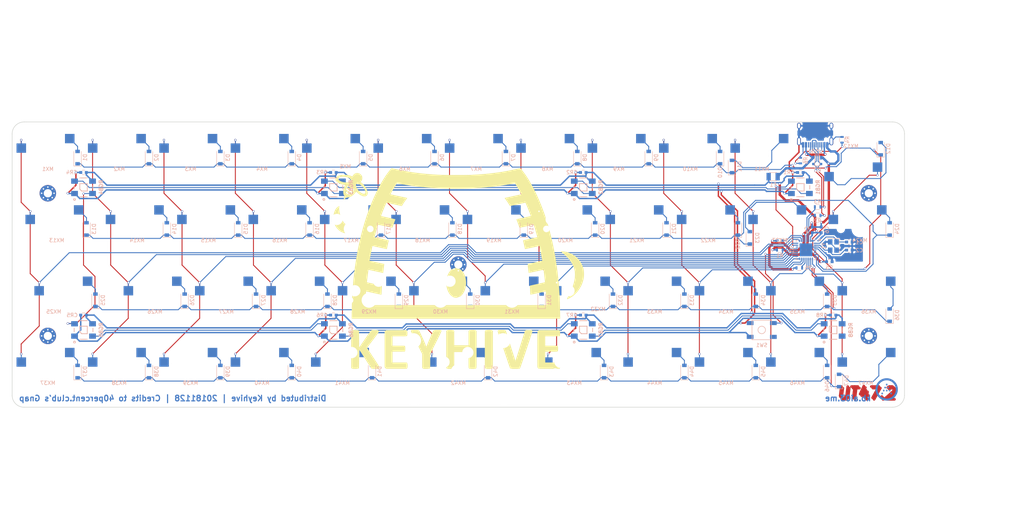
<source format=kicad_pcb>
(kicad_pcb (version 20221018) (generator pcbnew)
  (layers (0 "F.Cu" signal) (31 "B.Cu" signal) (34 "B.Paste" user) (35 "F.Paste" user) (36 "B.SilkS" user "B.Silkscreen") (37 "F.SilkS" user "F.Silkscreen") (38 "B.Mask" user) (39 "F.Mask" user) (44 "Edge.Cuts" user))
  (net 0 "")
  (net 1 "Net-(C1-Pad1)")
  (net 2 "GND")
  (net 3 "Net-(C2-Pad1)")
  (net 4 "Net-(C3-Pad1)")
  (net 5 "+5V")
  (net 6 "ROW0")
  (net 7 "ROW1")
  (net 8 "ROW2")
  (net 9 "ROW3")
  (net 10 "VCC")
  (net 11 "COL5")
  (net 12 "COL0")
  (net 13 "COL1")
  (net 14 "COL2")
  (net 15 "COL3")
  (net 16 "COL4")
  (net 17 "COL6")
  (net 18 "COL7")
  (net 19 "Net-(R1-Pad2)")
  (net 20 "Net-(R5-Pad2)")
  (net 21 "Net-(RGB1-Pad2)")
  (net 22 "RGBLED")
  (net 23 "Net-(RGB2-Pad2)")
  (net 24 "Net-(RGB3-Pad2)")
  (net 25 "Net-(RGB4-Pad2)")
  (net 26 "Net-(RGB5-Pad2)")
  (net 27 "Net-(RGB6-Pad2)")
  (net 28 "Net-(RGB7-Pad2)")
  (net 29 "Net-(RGB8-Pad2)")
  (net 30 "Net-(D1-Pad2)")
  (net 31 "Net-(D2-Pad2)")
  (net 32 "Net-(D3-Pad2)")
  (net 33 "Net-(D4-Pad2)")
  (net 34 "Net-(D5-Pad2)")
  (net 35 "Net-(D6-Pad2)")
  (net 36 "Net-(D7-Pad2)")
  (net 37 "Net-(D8-Pad2)")
  (net 38 "Net-(D9-Pad2)")
  (net 39 "Net-(D10-Pad2)")
  (net 40 "Net-(D11-Pad2)")
  (net 41 "Net-(D12-Pad2)")
  (net 42 "Net-(D13-Pad2)")
  (net 43 "Net-(D14-Pad2)")
  (net 44 "Net-(D15-Pad2)")
  (net 45 "Net-(D16-Pad2)")
  (net 46 "Net-(D17-Pad2)")
  (net 47 "Net-(D18-Pad2)")
  (net 48 "Net-(D19-Pad2)")
  (net 49 "Net-(D20-Pad2)")
  (net 50 "Net-(D21-Pad2)")
  (net 51 "Net-(D22-Pad2)")
  (net 52 "Net-(D23-Pad2)")
  (net 53 "Net-(D24-Pad2)")
  (net 54 "Net-(D25-Pad2)")
  (net 55 "Net-(D26-Pad2)")
  (net 56 "Net-(D27-Pad2)")
  (net 57 "Net-(D28-Pad2)")
  (net 58 "Net-(D29-Pad2)")
  (net 59 "Net-(D30-Pad2)")
  (net 60 "Net-(D31-Pad2)")
  (net 61 "Net-(D32-Pad2)")
  (net 62 "Net-(D33-Pad2)")
  (net 63 "Net-(D34-Pad2)")
  (net 64 "Net-(D35-Pad2)")
  (net 65 "Net-(D36-Pad2)")
  (net 66 "Net-(D37-Pad2)")
  (net 67 "Net-(D38-Pad2)")
  (net 68 "Net-(D39-Pad2)")
  (net 69 "Net-(D40-Pad2)")
  (net 70 "Net-(D41-Pad2)")
  (net 71 "Net-(D42-Pad2)")
  (net 72 "Net-(D43-Pad2)")
  (net 73 "Net-(D44-Pad2)")
  (net 74 "Net-(D45-Pad2)")
  (net 75 "Net-(D46-Pad2)")
  (net 76 "Net-(D47-Pad2)")
  (net 77 "COL8")
  (net 78 "COL9")
  (net 79 "COL10")
  (net 80 "COL11")
  (net 81 "D-")
  (net 82 "Net-(R2-Pad2)")
  (net 83 "D+")
  (net 84 "Net-(R3-Pad1)")
  (net 85 "Net-(R4-Pad1)")
  (net 86 "Net-(R6-Pad1)")
  (net 87 "Net-(U1-Pad22)")
  (net 88 "Net-(U1-Pad6)")
  (net 89 "Net-(U1-Pad5)")
  (net 90 "Net-(USB1-Pad9)")
  (net 91 "Net-(USB1-Pad3)")
  (footprint "MX_Alps_Hybrid:MXOnly-1U-Hotswap" (layer "F.Cu") (at 98.425 41.275)
    (fp_text reference "MX4")
    (fp_text value "MX-1U")
  )
  (footprint "MX_Alps_Hybrid:MXOnly-1U-Hotswap" (layer "F.Cu") (at 117.475 41.275)
    (fp_text reference "MX5")
    (fp_text value "MX-1U")
  )
  (footprint "MX_Alps_Hybrid:MXOnly-1U-Hotswap" (layer "F.Cu") (at 136.525 41.275)
    (fp_text reference "MX6")
    (fp_text value "MX-1U")
  )
  (footprint "MX_Alps_Hybrid:MXOnly-1U-Hotswap" (layer "F.Cu") (at 155.575 41.275)
    (fp_text reference "MX7")
    (fp_text value "MX-1U")
  )
  (footprint "MX_Alps_Hybrid:MXOnly-1U-Hotswap" (layer "F.Cu") (at 174.625 41.275)
    (fp_text reference "MX8")
    (fp_text value "MX-1U")
  )
  (footprint "MX_Alps_Hybrid:MXOnly-1U-Hotswap" (layer "F.Cu") (at 193.675 41.275)
    (fp_text reference "MX9")
    (fp_text value "MX-1U")
  )
  (footprint "MX_Alps_Hybrid:MXOnly-1U-Hotswap" (layer "F.Cu") (at 212.725 41.275)
    (fp_text reference "MX10")
    (fp_text value "MX-1U")
  )
  (footprint "MX_Alps_Hybrid:MXOnly-1U-Hotswap" (layer "F.Cu") (at 231.775 41.275)
    (fp_text reference "MX11")
    (fp_text value "MX-1U")
  )
  (footprint "MX_Alps_Hybrid:MXOnly-1U-Hotswap" (layer "F.Cu") (at 84.1375 60.325)
    (fp_text reference "MX15")
    (fp_text value "MX-1U")
  )
  (footprint "MX_Alps_Hybrid:MXOnly-1U-Hotswap" (layer "F.Cu") (at 103.1875 60.325)
    (fp_text reference "MX16")
    (fp_text value "MX-1U")
  )
  (footprint "MX_Alps_Hybrid:MXOnly-1U-Hotswap" (layer "F.Cu") (at 122.2375 60.325)
    (fp_text reference "MX17")
    (fp_text value "MX-1U")
  )
  (footprint "MX_Alps_Hybrid:MXOnly-1U-Hotswap" (layer "F.Cu") (at 141.2875 60.325)
    (fp_text reference "MX18")
    (fp_text value "MX-1U")
  )
  (footprint "MX_Alps_Hybrid:MXOnly-1U-Hotswap" (layer "F.Cu") (at 160.3375 60.325)
    (fp_text reference "MX19")
    (fp_text value "MX-1U")
  )
  (footprint "MX_Alps_Hybrid:MXOnly-1U-Hotswap" (layer "F.Cu") (at 179.3875 60.325)
    (fp_text reference "MX20")
    (fp_text value "MX-1U")
  )
  (footprint "MX_Alps_Hybrid:MXOnly-1U-Hotswap" (layer "F.Cu") (at 198.4375 60.325)
    (fp_text reference "MX21")
    (fp_text value "MX-1U")
  )
  (footprint "MX_Alps_Hybrid:MXOnly-1U-Hotswap" (layer "F.Cu") (at 217.4875 60.325)
    (fp_text reference "MX22")
    (fp_text value "MX-1U")
  )
  (footprint "MX_Alps_Hybrid:MXOnly-1U-Hotswap" (layer "F.Cu") (at 236.5375 60.325)
    (fp_text reference "MX23")
    (fp_text value "MX-1U")
  )
  (footprint "MX_Alps_Hybrid:MXOnly-1U-Hotswap" (layer "F.Cu") (at 69.85 79.375)
    (fp_text reference "MX26")
    (fp_text value "MX-1U")
  )
  (footprint "MX_Alps_Hybrid:MXOnly-1U-Hotswap" (layer "F.Cu") (at 88.9 79.375)
    (fp_text reference "MX27")
    (fp_text value "MX-1U")
  )
  (footprint "MX_Alps_Hybrid:MXOnly-1U-Hotswap" (layer "F.Cu") (at 107.95 79.375)
    (fp_text reference "MX28")
    (fp_text value "MX-1U")
  )
  (footprint "MX_Alps_Hybrid:MXOnly-1U-Hotswap" (layer "F.Cu") (at 127 79.375)
    (fp_text reference "MX29")
    (fp_text value "MX-1U")
  )
  (footprint "MX_Alps_Hybrid:MXOnly-1U-Hotswap" (layer "F.Cu") (at 146.05 79.375)
    (fp_text reference "MX30")
    (fp_text value "MX-1U")
  )
  (footprint "MX_Alps_Hybrid:MXOnly-1U-Hotswap" (layer "F.Cu") (at 165.1 79.375)
    (fp_text reference "MX31")
    (fp_text value "MX-1U")
  )
  (footprint "MX_Alps_Hybrid:MXOnly-1U-Hotswap" (layer "F.Cu") (at 184.15 79.375)
    (fp_text reference "MX32")
    (fp_text value "MX-1U")
  )
  (footprint "MX_Alps_Hybrid:MXOnly-1U-Hotswap" (layer "F.Cu") (at 203.2 79.375)
    (fp_text reference "MX33")
    (fp_text value "MX-1U")
  )
  (footprint "MX_Alps_Hybrid:MXOnly-1U-Hotswap" (layer "F.Cu") (at 222.25 79.375)
    (fp_text reference "MX34")
    (fp_text value "MX-1U")
  )
  (footprint "MX_Alps_Hybrid:MXOnly-1U-Hotswap" (layer "F.Cu") (at 241.3 79.375)
    (fp_text reference "MX35")
    (fp_text value "MX-1U")
  )
  (footprint "MX_Alps_Hybrid:MXOnly-1U-Hotswap" (layer "F.Cu") (at 260.35 79.375)
    (fp_text reference "MX36")
    (fp_text value "MX-1U")
  )
  (footprint "MX_Alps_Hybrid:MXOnly-1U-Hotswap" (layer "F.Cu") (at 41.275 98.425)
    (fp_text reference "MX37")
    (fp_text value "MX-1U")
  )
  (footprint "MX_Alps_Hybrid:MXOnly-1U-Hotswap" (layer "F.Cu") (at 60.325 98.425)
    (fp_text reference "MX38")
    (fp_text value "MX-1U")
  )
  (footprint "MX_Alps_Hybrid:MXOnly-1U-Hotswap" (layer "F.Cu") (at 79.375 98.425)
    (fp_text reference "MX39")
    (fp_text value "MX-1U")
  )
  (footprint "MX_Alps_Hybrid:MXOnly-1U-Hotswap" (layer "F.Cu") (at 98.425 98.425)
    (fp_text reference "MX40")
    (fp_text value "MX-1U")
  )
  (footprint "MX_Alps_Hybrid:MXOnly-1U-Hotswap" (layer "F.Cu") (at 203.2 98.425)
    (fp_text reference "MX44")
    (fp_text value "MX-1U")
  )
  (footprint "MX_Alps_Hybrid:MXOnly-1U-Hotswap" (layer "F.Cu") (at 222.25 98.425)
    (fp_text reference "MX45")
    (fp_text value "MX-1U")
  )
  (footprint "MX_Alps_Hybrid:MXOnly-1U-Hotswap" (layer "F.Cu") (at 241.3 98.425)
    (fp_text reference "MX46")
    (fp_text value "MX-1U")
  )
  (footprint "MX_Alps_Hybrid:MXOnly-1U-Hotswap" (layer "F.Cu") (at 260.35 98.425)
    (fp_text reference "MX47")
    (fp_text value "MX-1U")
  )
  (footprint "MX_Alps_Hybrid:MXOnly-1U-Hotswap" (layer "F.Cu") (at 79.375 41.275)
    (fp_text reference "MX3")
    (fp_text value "MX-1U")
  )
  (footprint "MX_Alps_Hybrid:MXOnly-1U-Hotswap" (layer "F.Cu") (at 60.325 41.275)
    (fp_text reference "MX2")
    (fp_text value "MX-1U")
  )
  (footprint "MX_Alps_Hybrid:MXOnly-1U-Hotswap" (layer "F.Cu") (at 65.0875 60.325)
    (fp_text reference "MX14")
    (fp_text value "MX-1U")
  )
  (footprint "MX_Alps_Hybrid:MXOnly-1U-Hotswap" (layer "F.Cu") (at 41.275 41.275)
    (fp_text reference "MX1")
    (fp_text value "MX-1U")
  )
  (footprint "MX_Alps_Hybrid:MXOnly-1.5U-Hotswap" (layer "F.Cu") (at 255.5875 41.275 180)
    (fp_text reference "MX12")
    (fp_text value "MX-1.5U")
  )
  (footprint "MX_Alps_Hybrid:MXOnly-1.25U-Hotswap" (layer "F.Cu") (at 43.65625 60.325)
    (fp_text reference "MX13")
    (fp_text value "MX-1.25U")
  )
  (footprint "MX_Alps_Hybrid:MXOnly-1.25U-Hotswap" (layer "F.Cu") (at 257.96875 60.325)
    (fp_text reference "MX24")
    (fp_text value "MX-1.25U")
  )
  (footprint "MX_Alps_Hybrid:MXOnly-1.5U-Hotswap" (layer "F.Cu") (at 46.0375 79.375)
    (fp_text reference "MX25")
    (fp_text value "MX-1.5U")
  )
  (footprint "MX_Alps_Hybrid:MXOnly-1.25U-Hotswap" (layer "F.Cu") (at 119.85625 98.425)
    (fp_text reference "MX41")
    (fp_text value "MX-1.25U")
  )
  (footprint "MX_Alps_Hybrid:MXOnly-1.25U-Hotswap" (layer "F.Cu") (at 181.76875 98.425)
    (fp_text reference "MX43")
    (fp_text value "MX-1.25U")
  )
  (footprint "MX_Alps_Hybrid:MXOnly-2U-Hotswap-ReversedStabilizers" (layer "F.Cu") (at 150.8125 98.425)
    (fp_text reference "MX42")
    (fp_text value "MX-2U")
  )
  (footprint "locallib:Keyhive-Silk" (layer "F.Cu") (at 150.8125 69.85)
    (fp_text reference "G***" hide)
    (fp_text value "LOGO" hide)
  )
  (footprint "Mounting_Holes:MountingHole_2.2mm_M2_Pad_Via" (layer "F.Cu") (at 260.35 88.9)
    (fp_text reference "REF**")
    (fp_text value "MountingHole_2.2mm_M2_Pad_Via")
  )
  (footprint "Mounting_Holes:MountingHole_2.2mm_M2_Pad_Via" (layer "F.Cu") (at 150.8125 69.85)
    (fp_text reference "REF**")
    (fp_text value "MountingHole_2.2mm_M2_Pad_Via")
  )
  (footprint "Mounting_Holes:MountingHole_2.2mm_M2_Pad_Via" (layer "F.Cu") (at 41.275 50.8)
    (fp_text reference "REF**")
    (fp_text value "MountingHole_2.2mm_M2_Pad_Via")
  )
  (footprint "Mounting_Holes:MountingHole_2.2mm_M2_Pad_Via" (layer "F.Cu") (at 41.275 88.9)
    (fp_text reference "REF**")
    (fp_text value "MountingHole_2.2mm_M2_Pad_Via")
  )
  (footprint "Mounting_Holes:MountingHole_2.2mm_M2_Pad_Via" (layer "F.Cu") (at 260.35 50.8)
    (fp_text reference "REF**")
    (fp_text value "MountingHole_2.2mm_M2_Pad_Via")
  )
  (footprint "Diodes_SMD:D_SOD-123" (layer "B.Cu") (at 49.2125 41.275 90)
    (fp_text reference "D1")
    (fp_text value "SOD-123")
  )
  (footprint "Diodes_SMD:D_SOD-123" (layer "B.Cu") (at 68.2625 41.275 90)
    (fp_text reference "D2")
    (fp_text value "SOD-123")
  )
  (footprint "Diodes_SMD:D_SOD-123" (layer "B.Cu") (at 87.3125 41.275 90)
    (fp_text reference "D3")
    (fp_text value "SOD-123")
  )
  (footprint "Diodes_SMD:D_SOD-123" (layer "B.Cu") (at 106.3625 41.275 90)
    (fp_text reference "D4")
    (fp_text value "SOD-123")
  )
  (footprint "Diodes_SMD:D_SOD-123" (layer "B.Cu") (at 125.4125 41.275 90)
    (fp_text reference "D5")
    (fp_text value "SOD-123")
  )
  (footprint "Diodes_SMD:D_SOD-123" (layer "B.Cu") (at 144.4625 41.275 90)
    (fp_text reference "D6")
    (fp_text value "SOD-123")
  )
  (footprint "Diodes_SMD:D_SOD-123" (layer "B.Cu") (at 163.5125 41.275 90)
    (fp_text reference "D7")
    (fp_text value "SOD-123")
  )
  (footprint "Diodes_SMD:D_SOD-123" (layer "B.Cu") (at 182.5625 41.275 90)
    (fp_text reference "D8")
    (fp_text value "SOD-123")
  )
  (footprint "Diodes_SMD:D_SOD-123" (layer "B.Cu") (at 201.6125 41.275 90)
    (fp_text reference "D9")
    (fp_text value "SOD-123")
  )
  (footprint "Diodes_SMD:D_SOD-123" (layer "B.Cu") (at 220.6625 41.275 90)
    (fp_text reference "D10")
    (fp_text value "SOD-123")
  )
  (footprint "Diodes_SMD:D_SOD-123" (layer "B.Cu") (at 223.8375 43.65625 90)
    (fp_text reference "D11")
    (fp_text value "SOD-123")
  )
  (footprint "Diodes_SMD:D_SOD-123" (layer "B.Cu") (at 51.59375 60.325 90)
    (fp_text reference "D13")
    (fp_text value "SOD-123")
  )
  (footprint "Diodes_SMD:D_SOD-123" (layer "B.Cu") (at 73.025 60.325 90)
    (fp_text reference "D14")
    (fp_text value "SOD-123")
  )
  (footprint "Diodes_SMD:D_SOD-123" (layer "B.Cu") (at 92.075 60.325 90)
    (fp_text reference "D15")
    (fp_text value "SOD-123")
  )
  (footprint "Diodes_SMD:D_SOD-123" (layer "B.Cu") (at 111.125 60.325 90)
    (fp_text reference "D16")
    (fp_text value "SOD-123")
  )
  (footprint "Diodes_SMD:D_SOD-123" (layer "B.Cu") (at 130.175 60.325 90)
    (fp_text reference "D17")
    (fp_text value "SOD-123")
  )
  (footprint "Diodes_SMD:D_SOD-123" (layer "B.Cu") (at 149.225 60.325 90)
    (fp_text reference "D18")
    (fp_text value "SOD-123")
  )
  (footprint "Diodes_SMD:D_SOD-123" (layer "B.Cu") (at 168.275 60.325 90)
    (fp_text reference "D19")
    (fp_text value "SOD-123")
  )
  (footprint "Diodes_SMD:D_SOD-123" (layer "B.Cu") (at 187.325 60.325 90)
    (fp_text reference "D20")
    (fp_text value "SOD-123")
  )
  (footprint "Diodes_SMD:D_SOD-123" (layer "B.Cu") (at 206.375 60.325 90)
    (fp_text reference "D21")
    (fp_text value "SOD-123")
  )
  (footprint "Diodes_SMD:D_SOD-123" (layer "B.Cu") (at 225.425 60.325 90)
    (fp_text reference "D22")
    (fp_text value "SOD-123")
  )
  (footprint "Diodes_SMD:D_SOD-123" (layer "B.Cu") (at 228.6 62.70625 90)
    (fp_text reference "D23")
    (fp_text value "SOD-123")
  )
  (footprint "Diodes_SMD:D_SOD-123" (layer "B.Cu") (at 265.90625 60.325 90)
    (fp_text reference "D24")
    (fp_text value "SOD-123")
  )
  (footprint "Diodes_SMD:D_SOD-123" (layer "B.Cu") (at 53.975 79.375 90)
    (fp_text reference "D25")
    (fp_text value "SOD-123")
  )
  (footprint "Diodes_SMD:D_SOD-123" (layer "B.Cu") (at 77.7875 79.375 90)
    (fp_text reference "D26")
    (fp_text value "SOD-123")
  )
  (footprint "Diodes_SMD:D_SOD-123" (layer "B.Cu") (at 96.8375 79.375 90)
    (fp_text reference "D27")
    (fp_text value "SOD-123")
  )
  (footprint "Diodes_SMD:D_SOD-123" (layer "B.Cu") (at 115.8875 79.375 90)
    (fp_text reference "D28")
    (fp_text value "SOD-123")
  )
  (footprint "Diodes_SMD:D_SOD-123" (layer "B.Cu") (at 134.9375 79.375 90)
    (fp_text reference "D29")
    (fp_text value "SOD-123")
  )
  (footprint "Diodes_SMD:D_SOD-123" (layer "B.Cu") (at 153.9875 79.375 90)
    (fp_text reference "D30")
    (fp_text value "SOD-123")
  )
  (footprint "Diodes_SMD:D_SOD-123" (layer "B.Cu") (at 173.0375 79.375 90)
    (fp_text reference "D31")
    (fp_text value "SOD-123")
  )
  (footprint "Diodes_SMD:D_SOD-123" (layer "B.Cu") (at 192.0875 79.375 90)
    (fp_text reference "D32")
    (fp_text value "SOD-123")
  )
  (footprint "Diodes_SMD:D_SOD-123" (layer "B.Cu") (at 211.1375 79.375 90)
    (fp_text reference "D33")
    (fp_text value "SOD-123")
  )
  (footprint "Diodes_SMD:D_SOD-123" (layer "B.Cu") (at 230.1875 79.375 90)
    (fp_text reference "D34")
    (fp_text value "SOD-123")
  )
  (footprint "Diodes_SMD:D_SOD-123" (layer "B.Cu") (at 249.2375 79.375 90)
    (fp_text reference "D35")
    (fp_text value "SOD-123")
  )
  (footprint "Diodes_SMD:D_SOD-123" (layer "B.Cu") (at 265.90625 83.34375 90)
    (fp_text reference "D36")
    (fp_text value "SOD-123")
  )
  (footprint "Diodes_SMD:D_SOD-123" (layer "B.Cu") (at 49.2125 98.425 90)
    (fp_text reference "D37")
    (fp_text value "SOD-123")
  )
  (footprint "Diodes_SMD:D_SOD-123" (layer "B.Cu") (at 68.2625 98.425 90)
    (fp_text reference "D38")
    (fp_text value "SOD-123")
  )
  (footprint "Diodes_SMD:D_SOD-123" (layer "B.Cu") (at 87.3125 98.425 90)
    (fp_text reference "D39")
    (fp_text value "SOD-123")
  )
  (footprint "Diodes_SMD:D_SOD-123" (layer "B.Cu") (at 106.3625 98.425 90)
    (fp_text reference "D40")
    (fp_text value "SOD-123")
  )
  (footprint "Diodes_SMD:D_SOD-123" (layer "B.Cu") (at 127.79375 98.425 90)
    (fp_text reference "D41")
    (fp_text value "SOD-123")
  )
  (footprint "Diodes_SMD:D_SOD-123" (layer "B.Cu") (at 158.75 98.425 90)
    (fp_text reference "D42")
    (fp_text value "SOD-123")
  )
  (footprint "Diodes_SMD:D_SOD-123" (layer "B.Cu") (at 189.70625 98.425 90)
    (fp_text reference "D43")
    (fp_text value "SOD-123")
  )
  (footprint "Diodes_SMD:D_SOD-123" (layer "B.Cu") (at 211.1375 98.425 90)
    (fp_text reference "D44")
    (fp_text value "SOD-123")
  )
  (footprint "Diodes_SMD:D_SOD-123" (layer "B.Cu") (at 230.1875 98.425 90)
    (fp_text reference "D45")
    (fp_text value "SOD-123")
  )
  (footprint "Diodes_SMD:D_SOD-123" (layer "B.Cu") (at 249.2375 98.425 90)
    (fp_text reference "D46")
    (fp_text value "SOD-123")
  )
  (footprint "Diodes_SMD:D_SOD-123" (layer "B.Cu") (at 252.4125 100.80625 90)
    (fp_text reference "D47")
    (fp_text value "SOD-123")
  )
  (footprint "WS2812B:WS2812B" (layer "B.Cu") (at 184.15 49.2125 90)
    (fp_text reference "RGB2")
    (fp_text value "VAL**" hide)
  )
  (footprint "WS2812B:WS2812B" (layer "B.Cu") (at 117.475 49.2125 90)
    (fp_text reference "RGB3")
    (fp_text value "VAL**" hide)
  )
  (footprint "WS2812B:WS2812B" (layer "B.Cu") (at 50.8 49.2125 90)
    (fp_text reference "RGB4")
    (fp_text value "VAL**" hide)
  )
  (footprint "WS2812B:WS2812B" (layer "B.Cu") (at 50.8 87.3125 90)
    (fp_text reference "RGB5")
    (fp_text value "VAL**" hide)
  )
  (footprint "WS2812B:WS2812B" (layer "B.Cu") (at 117.475 87.3125 90)
    (fp_text reference "RGB6")
    (fp_text value "VAL**" hide)
  )
  (footprint "WS2812B:WS2812B" (layer "B.Cu") (at 184.15 87.3125 90)
    (fp_text reference "RGB7")
    (fp_text value "VAL**" hide)
  )
  (footprint "WS2812B:WS2812B" (layer "B.Cu") (at 250.825 87.3125 90)
    (fp_text reference "RGB8")
    (fp_text value "VAL**" hide)
  )
  (footprint "Molex-0548190589:SKQG-1155865" (layer "B.Cu") (at 231.775 87.3125 180)
    (fp_text reference "SW1")
    (fp_text value "SW_PUSH")
  )
  (footprint "Crystals:Crystal_SMD_3225-4pin_3.2x2.5mm" (layer "B.Cu") (at 250.8885 64.897 -90)
    (fp_text reference "Y1")
    (fp_text value "16MHz")
  )
  (footprint "Capacitors_SMD:C_0603" (layer "B.Cu") (at 255.17475 63.8175)
    (fp_text reference "C1")
    (fp_text value "22p")
  )
  (footprint "Capacitors_SMD:C_0603" (layer "B.Cu") (at 255.17475 65.9765)
    (fp_text reference "C2")
    (fp_text value "22p")
  )
  (footprint "Capacitors_SMD:C_0603" (layer "B.Cu") (at 245.237 60.579 90)
    (fp_text reference "C4")
    (fp_text value "0.1u")
  )
  (footprint "Capacitors_SMD:C_0603" (layer "B.Cu") (at 249.809 69.088)
    (fp_text reference "C5")
    (fp_text value "0.1u")
  )
  (footprint "Capacitors_SMD:C_0603" (layer "B.Cu") (at 247.65 60.579 90)
    (fp_text reference "C6")
    (fp_text value "4.7u")
  )
  (footprint "Capacitors_SMD:C_0603" (layer "B.Cu") (at 242.09375 45.24375 180)
    (fp_text reference "CR1")
    (fp_text value "0.1u")
  )
  (footprint "Capacitors_SMD:C_0603" (layer "B.Cu") (at 184.15 45.24375 180)
    (fp_text reference "CR2")
    (fp_text value "0.1u")
  )
  (footprint "Capacitors_SMD:C_0603" (layer "B.Cu") (at 117.475 45.24375 180)
    (fp_text reference "CR3")
    (fp_text value "0.1u")
  )
  (footprint "Capacitors_SMD:C_0603" (layer "B.Cu") (at 50.8 45.24375 180)
    (fp_text reference "CR4")
    (fp_text value "0.1u")
  )
  (footprint "Capacitors_SMD:C_0603" (layer "B.Cu") (at 50.8 83.34375 180)
    (fp_text reference "CR5")
    (fp_text value "0.1u")
  )
  (footprint "Capacitors_SMD:C_0603" (layer "B.Cu") (at 117.475 83.34375 180)
    (fp_text reference "CR6")
    (fp_text value "0.1u")
  )
  (footprint "Capacitors_SMD:C_0603" (layer "B.Cu") (at 184.15 83.34375 180)
    (fp_text reference "CR7")
    (fp_text value "0.1u")
  )
  (footprint "Capacitors_SMD:C_0603" (layer "B.Cu") (at 250.825 83.34375 180)
    (fp_text reference "CR8")
    (fp_text value "0.1u")
  )
  (footprint "Resistors_SMD:R_0603" (layer "B.Cu") (at 236.601 65.913)
    (fp_text reference "R1")
    (fp_text value "10k")
  )
  (footprint "Resistors_SMD:R_0603" (layer "B.Cu") (at 241.808 70.739)
    (fp_text reference "R5")
    (fp_text value "10k")
  )
  (footprint "Housings_DFN_QFN:QFN-32-1EP_5x5mm_Pitch0.5mm" (layer "B.Cu") (at 243.586 65.913 180)
    (fp_text reference "U1")
    (fp_text value "ATMEGA32U2-AU")
  )
  (footprint "Capacitors_SMD:C_0603" (layer "B.Cu") (at 236.601 63.5 180)
    (fp_text reference "C3")
    (fp_text value "1uF")
  )
  (footprint "WS2812B:WS2812B" (layer "B.Cu") (at 242.09375 49.2125 90)
    (fp_text reference "RGB1")
    (fp_text value "VAL**" hide)
  )
  (footprint "locallib:SOT143B" (layer "B.Cu") (at 246.5705 42.037 -90)
    (fp_text reference "U2")
    (fp_text value "PRTR5V0U2X")
  )
  (footprint "Type-C:HRO-TYPE-C-31-M-12-Assembly" (layer "B.Cu") (at 246.03075 30.1625)
    (fp_text reference "USB1")
    (fp_text value "HRO-TYPE-C-31-M-12")
  )
  (footprint "Resistors_SMD:R_0603" (layer "B.Cu") (at 246.6975 56.73725)
    (fp_text reference "R2")
    (fp_text value "22")
  )
  (footprint "Resistors_SMD:R_0603" (layer "B.Cu") (at 242.09375 42.06875 90)
    (fp_text reference "R6")
    (fp_text value "5.1k")
  )
  (footprint "Resistors_SMD:R_0603" (layer "B.Cu") (at 246.6975 54.45125 180)
    (fp_text reference "R3")
    (fp_text value "22")
  )
  (footprint "Resistors_SMD:R_0603" (layer "B.Cu") (at 253.20625 36.5125 90)
    (fp_text reference "R4")
    (fp_text value "5.1k")
  )
  (footprint "Fuse_Holders_and_Fuses:Fuse_SMD1206_Reflow" (layer "B.Cu") (at 234.823 46.355)
    (fp_text reference "F1")
    (fp_text value "500mA")
  )
  (footprint "locallib:ai-ring-6mm-FancyAss" (layer "B.Cu") (at 265.1125 103.1875 180)
    (fp_text reference "G***" hide)
    (fp_text value "LOGO" hide)
  )
  (footprint "locallib:ai-ring-6mm-FancyAss-Mask" (layer "B.Cu") (at 265.1125 103.1875 180)
    (fp_text reference "G***" hide)
    (fp_text value "LOGO" hide)
  )
  (footprint "Diodes_SMD:D_SOD-123" (layer "B.Cu") (at 263.525 38.89375 90)
    (fp_text reference "D12")
    (fp_text value "SOD-123")
  )
  (gr_circle (center 115.062 90.551) (end 115.316 90.551) (stroke (width 0.2)) (fill none) (layer "B.SilkS"))
  (gr_circle (center 247.269 63.246) (end 247.269 62.992) (stroke (width 0.2)) (fill none) (layer "B.SilkS"))
  (gr_circle (center 114.935 52.451) (end 115.189 52.451) (stroke (width 0.2)) (fill none) (layer "B.SilkS"))
  (gr_circle (center 181.737 52.451) (end 181.991 52.451) (stroke (width 0.2)) (fill none) (layer "B.SilkS"))
  (gr_circle (center 48.387 52.451) (end 48.641 52.451) (stroke (width 0.2)) (fill none) (layer "B.SilkS"))
  (gr_circle (center 181.737 90.551) (end 181.991 90.551) (stroke (width 0.2)) (fill none) (layer "B.SilkS"))
  (gr_circle (center 239.649 52.451) (end 239.903 52.451) (stroke (width 0.2)) (fill none) (layer "B.SilkS"))
  (gr_circle (center 248.412 90.551) (end 248.666 90.551) (stroke (width 0.2)) (fill none) (layer "B.SilkS"))
  (gr_circle (center 48.387 90.551) (end 48.641 90.551) (stroke (width 0.2)) (fill none) (layer "B.SilkS"))
  (gr_line (start 31.75 104.775) (end 31.75 34.925) (stroke (width 0.15)) (layer "Edge.Cuts"))
  (gr_line (start 269.875 34.925) (end 269.875 104.775) (stroke (width 0.15)) (layer "Edge.Cuts"))
  (gr_arc (start 34.925 107.95) (mid 32.679936 107.020064) (end 31.75 104.775) (stroke (width 0.15)) (layer "Edge.Cuts"))
  (gr_arc (start 31.75 34.925) (mid 32.679936 32.679936) (end 34.925 31.75) (stroke (width 0.15)) (layer "Edge.Cuts"))
  (gr_arc (start 269.875 104.775) (mid 268.945064 107.020064) (end 266.7 107.95) (stroke (width 0.15)) (layer "Edge.Cuts"))
  (gr_line (start 266.7 107.95) (end 34.925 107.95) (stroke (width 0.15)) (layer "Edge.Cuts"))
  (gr_line (start 34.925 31.75) (end 266.7 31.75) (stroke (width 0.15)) (layer "Edge.Cuts"))
  (gr_arc (start 266.7 31.75) (mid 268.945064 32.679936) (end 269.875 34.925) (stroke (width 0.15)) (layer "Edge.Cuts"))
  (gr_text "UT47.2" (at 260.06425 104.48925) (layer "F.Cu") (effects (font (size 3 3) (thickness 0.7) italic)))
  (gr_text "UT47.2" (at 259.6515 104.0765) (layer "F.Cu") (effects (font (size 3 3) (thickness 0.7) italic)))
  (gr_text "kb.ai03.me" (at 254.79375 105.56875) (layer "B.Cu") (effects (font (size 1.5 1.5) (thickness 0.3)) (justify mirror)))
  (gr_text "Distributed by Keyhive | 20181128 | Credits to 40percent.club's Gnap" (at 74.6125 105.56875) (layer "B.Cu") (effects (font (size 1.5 1.5) (thickness 0.3)) (justify mirror)))
  (segment (start 251.7385 63.2705) (end 250.952 62.484) (width 0.25) (layer "B.Cu") (net 1))
  (segment (start 254.42475 63.8175) (end 251.759 63.8175) (width 0.25) (layer "B.Cu") (net 1))
  (segment (start 250.952 62.484) (end 248.948 62.484) (width 0.25) (layer "B.Cu") (net 1))
  (segment (start 247.269 64.163) (end 245.986 64.163) (width 0.25) (layer "B.Cu") (net 1))
  (segment (start 248.948 62.484) (end 247.269 64.163) (width 0.25) (layer "B.Cu") (net 1))
  (segment (start 251.759 63.8175) (end 251.7385 63.797) (width 0.25) (layer "B.Cu") (net 1))
  (segment (start 251.7385 63.797) (end 251.7385 63.2705) (width 0.25) (layer "B.Cu") (net 1))
  (segment (start 182.118 83.312) (end 182.118 86.868) (width 0.381) (layer "F.Cu") (net 2))
  (segment (start 182.118 45.212) (end 182.118 45.72) (width 0.381) (layer "F.Cu") (net 2))
  (segment (start 115.316 45.212) (end 115.316 45.72) (width 0.381) (layer "F.Cu") (net 2))
  (segment (start 226.187 85.471) (end 227.33 85.471) (width 0.381) (layer "F.Cu") (net 2))
  (segment (start 248.793 86.741) (end 246.634 88.9) (width 0.381) (layer "F.Cu") (net 2))
  (segment (start 115.443 85.09) (end 115.443 86.868) (width 0.381) (layer "F.Cu") (net 2))
  (segment (start 48.768 45.212) (end 48.768 45.72) (width 0.381) (layer "F.Cu") (net 2))
  (segment (start 115.316 48.768) (end 113.284 50.8) (width 0.381) (layer "F.Cu") (net 2))
  (segment (start 245.11 59.563) (end 242.951 61.722) (width 0.635) (layer "F.Cu") (net 2))
  (segment (start 249.682 57.15) (end 249.682 42.926) (width 0.635) (layer "F.Cu") (net 2))
  (segment (start 182.118 86.868) (end 181.991 86.868) (width 0.381) (layer "F.Cu") (net 2))
  (segment (start 182.118 48.641) (end 179.959 50.8) (width 0.381) (layer "F.Cu") (net 2))
  (segment (start 234.569 63.881) (end 234.823 64.135) (width 0.635) (layer "F.Cu") (net 2))
  (segment (start 239.649 66.167) (end 241.3 66.167) (width 0.635) (layer "F.Cu") (net 2))
  (segment (start 242.951 64.516) (end 242.951 61.722) (width 0.635) (layer "F.Cu") (net 2))
  (segment (start 181.991 86.868) (end 179.959 88.9) (width 0.381) (layer "F.Cu") (net 2))
  (segment (start 237.617 64.135) (end 239.649 66.167) (width 0.635) (layer "F.Cu") (net 2))
  (segment (start 241.71075 39.84825) (end 241.71075 36.9425) (width 0.381) (layer "F.Cu") (net 2))
  (segment (start 240.03 45.212) (end 239.141 44.323) (width 0.381) (layer "F.Cu") (net 2))
  (segment (start 241.3 66.167) (end 242.951 64.516) (width 0.635) (layer "F.Cu") (net 2))
  (segment (start 248.793 85.471) (end 248.793 86.741) (width 0.381) (layer "F.Cu") (net 2))
  (segment (start 115.443 83.312) (end 115.443 85.09) (width 0.381) (layer "F.Cu") (net 2))
  (segment (start 247.65 58.547) (end 248.285 58.547) (width 0.635) (layer "F.Cu") (net 2))
  (segment (start 237.871 50.8) (end 240.03 48.641) (width 0.381) (layer "F.Cu") (net 2))
  (segment (start 48.768 48.641) (end 46.609 50.8) (width 0.381) (layer "F.Cu") (net 2))
  (segment (start 240.03 48.641) (end 240.03 45.212) (width 0.381) (layer "F.Cu") (net 2))
  (segment (start 234.823 71.12) (end 233.807 70.104) (width 0.635) (layer "F.Cu") (net 2))
  (segment (start 227.33 85.471) (end 229.87 82.931) (width 0.381) (layer "F.Cu") (net 2))
  (segment (start 182.118 45.72) (end 182.118 48.641) (width 0.381) (layer "F.Cu") (net 2))
  (segment (start 248.793 83.312) (end 248.793 85.471) (width 0.381) (layer "F.Cu") (net 2))
  (segment (start 233.807 65.151) (end 234.315 64.643) (width 0.635) (layer "F.Cu") (net 2))
  (segment (start 249.682 42.926) (end 249.555 42.799) (width 0.635) (layer "F.Cu") (net 2))
  (segment (start 234.569 63.5) (end 234.569 63.881) (width 0.635) (layer "F.Cu") (net 2))
  (segment (start 229.87 82.931) (end 229.87 74.295) (width 0.381) (layer "F.Cu") (net 2))
  (segment (start 239.141 44.323) (end 239.141 42.418) (width 0.381) (layer "F.Cu") (net 2))
  (segment (start 225.298 69.723) (end 225.298 55.52441) (width 0.381) (layer "F.Cu") (net 2))
  (segment (start 240.03 71.12) (end 234.823 71.12) (width 0.635) (layer "F.Cu") (net 2))
  (segment (start 48.768 45.72) (end 48.768 48.641) (width 0.381) (layer "F.Cu") (net 2))
  (segment (start 115.316 45.72) (end 115.316 48.768) (width 0.381) (layer "F.Cu") (net 2))
  (segment (start 248.285 58.547) (end 249.682 57.15) (width 0.635) (layer "F.Cu") (net 2))
  (segment (start 234.315 64.643) (end 234.823 64.135) (width 0.635) (layer "F.Cu") (net 2))
  (segment (start 233.807 70.104) (end 233.807 65.151) (width 0.635) (layer "F.Cu") (net 2))
  (segment (start 234.823 64.135) (end 237.617 64.135) (width 0.635) (layer "F.Cu") (net 2))
  (segment (start 225.298 55.52441) (end 220.98 51.20641) (width 0.381) (layer "F.Cu") (net 2))
  (segment (start 245.11 58.674) (end 245.11 59.563) (width 0.635) (layer "F.Cu") (net 2))
  (segment (start 220.98 51.20641) (end 220.98 50.292) (width 0.381) (layer "F.Cu") (net 2))
  (segment (start 239.141 42.418) (end 241.71075 39.84825) (width 0.381) (layer "F.Cu") (net 2))
  (segment (start 115.443 86.868) (end 113.411 88.9) (width 0.381) (layer "F.Cu") (net 2))
  (segment (start 229.87 74.295) (end 225.298 69.723) (width 0.381) (layer "F.Cu") (net 2))
  (via (at 182.118 83.312) (size 0.6) (drill 0.4) (layers "F.Cu" "B.Cu") (net 2))
  (via (at 115.316 45.212) (size 0.6) (drill 0.4) (layers "F.Cu" "B.Cu") (net 2))
  (via (at 248.793 83.312) (size 0.6) (drill 0.4) (layers "F.Cu" "B.Cu") (net 2))
  (via (at 240.03 45.212) (size 0.6) (drill 0.4) (layers "F.Cu" "B.Cu") (net 2))
  (via (at 179.959 88.9) (size 0.6) (drill 0.4) (layers "F.Cu" "B.Cu") (net 2))
  (via (at 179.959 50.8) (size 0.6) (drill 0.4) (layers "F.Cu" "B.Cu") (net 2))
  (via (at 242.951 61.722) (size 0.6) (drill 0.4) (layers "F.Cu" "B.Cu") (net 2))
  (via (at 240.03 71.12) (size 0.6) (drill 0.4) (layers "F.Cu" "B.Cu") (net 2))
  (via (at 113.284 50.8) (size 0.6) (drill 0.4) (layers "F.Cu" "B.Cu") (net 2))
  (via (at 249.555 42.799) (size 0.6) (drill 0.4) (layers "F.Cu" "B.Cu") (net 2))
  (via (at 48.768 45.212) (size 0.6) (drill 0.4) (layers "F.Cu" "B.Cu") (net 2))
  (via (at 226.187 85.471) (size 0.6) (drill 0.4) (layers "F.Cu" "B.Cu") (net 2))
  (via (at 246.634 88.9) (size 0.6) (drill 0.4) (layers "F.Cu" "B.Cu") (net 2))
  (via (at 115.443 83.312) (size 0.6) (drill 0.4) (layers "F.Cu" "B.Cu") (net 2))
  (via (at 220.98 50.292) (size 0.6) (drill 0.4) (layers "F.Cu" "B.Cu") (net 2))
  (via (at 182.118 45.212) (size 0.6) (drill 0.4) (layers "F.Cu" "B.Cu") (net 2))
  (via (at 245.11 58.674) (size 0.6) (drill 0.4) (layers "F.Cu" "B.Cu") (net 2))
  (via (at 46.609 50.8) (size 0.6) (drill 0.4) (layers "F.Cu" "B.Cu") (net 2))
  (via (at 113.411 88.9) (size 0.6) (drill 0.4) (layers "F.Cu" "B.Cu") (net 2))
  (via (at 247.65 58.547) (size 0.6) (drill 0.4) (layers "F.Cu" "B.Cu") (net 2))
  (via (at 234.569 63.5) (size 0.6) (drill 0.4) (layers "F.Cu" "B.Cu") (net 2))
  (via (at 237.871 50.8) (size 0.6) (drill 0.4) (layers "F.Cu" "B.Cu") (net 2))
  (segment (start 249.25575 37.8575) (end 249.43575 37.8575) (width 0.25) (layer "B.Cu") (net 2))
  (segment (start 249.43575 37.8575) (end 250.35075 36.9425) (width 0.25) (layer "B.Cu") (net 2))
  (segment (start 250.35075 32.7625) (end 241.71075 32.7625) (width 0.381) (layer "B.Cu") (net 2))
  (segment (start 242.62575 37.8575) (end 241.71075 36.9425) (width 0.381) (layer "B.Cu") (net 2))
  (segment (start 242.80575 37.8575) (end 242.62575 37.8575) (width 0.381) (layer "B.Cu") (net 2))
  (segment (start 241.71075 32.7625) (end 241.71075 36.9425) (width 0.381) (layer "B.Cu") (net 2))
  (segment (start 250.35075 36.9425) (end 250.35075 32.7625) (width 0.381) (layer "B.Cu") (net 2))
  (segment (start 136.398 88.011) (end 137.414 86.995) (width 0.381) (layer "B.Cu") (net 2))
  (segment (start 249.682 42.926) (end 249.555 42.799) (width 0.635) (layer "B.Cu") (net 2))
  (segment (start 116.725 83.34375) (end 115.47475 83.34375) (width 0.381) (layer "B.Cu") (net 2))
  (segment (start 253.20625 35.7625) (end 251.53075 35.7625) (width 0.254) (layer "B.Cu") (net 2))
  (segment (start 226.822 84.201) (end 236.855 84.201) (width 0.381) (layer "B.Cu") (net 2))
  (segment (start 244.561 65.163) (end 244.4485 65.0505) (width 0.254) (layer "B.Cu") (net 2))
  (segment (start 113.411 88.9) (end 113.4735 88.9625) (width 0.381) (layer "B.Cu") (net 2))
  (segment (start 179.07 49.911) (end 179.959 50.8) (width 0.381) (layer "B.Cu") (net 2))
  (segment (start 251.333 39.624) (end 252.222 40.513) (width 0.635) (layer "B.Cu") (net 2))
  (segment (start 113.284 50.8) (end 113.3465 50.8625) (width 0.381) (layer "B.Cu") (net 2))
  (segment (start 48.4495 50.8625) (end 49.784 52.197) (width 0.381) (layer "B.Cu") (net 2))
  (segment (start 181.7995 50.8625) (end 183.134 52.197) (width 0.381) (layer "B.Cu") (net 2))
  (segment (start 237.363 50.292) (end 237.871 50.8) (width 0.381) (layer "B.Cu") (net 2))
  (segment (start 250.19 39.624) (end 251.333 39.624) (width 0.635) (layer "B.Cu") (net 2))
  (segment (start 115.075 50.8625) (end 115.1245 50.8625) (width 0.381) (layer "B.Cu") (net 2))
  (segment (start 137.414 86.995) (end 164.211 86.995) (width 0.381) (layer "B.Cu") (net 2))
  (segment (start 250.0385 64.047) (end 251.7385 65.747) (width 0.2032) (layer "B.Cu") (net 2))
  (segment (start 54.61 52.197) (end 56.896 49.911) (width 0.381) (layer "B.Cu") (net 2))
  (segment (start 251.53075 35.7625) (end 250.35075 36.9425) (width 0.254) (layer "B.Cu") (net 2))
  (segment (start 247.65 59.829) (end 247.65 58.547) (width 0.381) (layer "B.Cu") (net 2))
  (segment (start 182.14975 83.34375) (end 182.118 83.312) (width 0.381) (layer "B.Cu") (net 2))
  (segment (start 246.38 59.829) (end 245.237 59.829) (width 0.381) (layer "B.Cu") (net 2))
  (segment (start 245.237 59.829) (end 245.237 58.801) (width 0.381) (layer "B.Cu") (net 2))
  (segment (start 115.34775 45.24375) (end 115.316 45.212) (width 0.381) (layer "B.Cu") (net 2))
  (segment (start 49.7345 90.297) (end 48.4 88.9625) (width 0.381) (layer "B.Cu") (net 2))
  (segment (start 113.4735 88.9625) (end 115.075 88.9625) (width 0.381) (layer "B.Cu") (net 2))
  (segment (start 240.06175 45.24375) (end 241.34375 45.24375) (width 0.381) (layer "B.Cu") (net 2))
  (segment (start 54.483 90.297) (end 49.7345 90.297) (width 0.381) (layer "B.Cu") (net 2))
  (segment (start 183.0845 90.297) (end 181.75 88.9625) (width 0.381) (layer "B.Cu") (net 2))
  (segment (start 50.05 87.3125) (end 48.4 88.9625) (width 0.381) (layer "B.Cu") (net 2))
  (segment (start 243.336 62.107) (end 242.951 61.722) (width 0.254) (layer "B.Cu") (net 2))
  (segment (start 50.05 83.34375) (end 50.05 87.3125) (width 0.381) (layer "B.Cu") (net 2))
  (segment (start 243.336 63.513) (end 243.336 64.438) (width 0.254) (layer "B.Cu") (net 2))
  (segment (start 115.1245 50.8625) (end 116.459 52.197) (width 0.381) (layer "B.Cu") (net 2))
  (segment (start 190.119 88.011) (end 187.833 90.297) (width 0.381) (layer "B.Cu") (net 2))
  (segment (start 244.4485 65.0505) (end 244.4485 66.7755) (width 0.254) (layer "B.Cu") (net 2))
  (segment (start 190.119 49.911) (end 220.98 49.911) (width 0.381) (layer "B.Cu") (net 2))
  (segment (start 240.411 70.739) (end 240.03 71.12) (width 0.381) (layer "B.Cu") (net 2))
  (segment (start 225.552 85.471) (end 226.822 84.201) (width 0.381) (layer "B.Cu") (net 2))
  (segment (start 252.222 40.513) (end 252.222 42.037) (width 0.635) (layer "B.Cu") (net 2))
  (segment (start 249.25575 38.68975) (end 250.19 39.624) (width 0.635) (layer "B.Cu") (net 2))
  (segment (start 243.336 64.438) (end 242.7235 65.0505) (width 0.254) (layer "B.Cu") (net 2))
  (segment (start 242.09375 40.844) (end 242.80575 40.132) (width 0.254) (layer "B.Cu") (net 2))
  (segment (start 255.92475 65.9765) (end 255.92475 64.897) (width 0.381) (layer "B.Cu") (net 2))
  (segment (start 116.4095 90.297) (end 121.285 90.297) (width 0.381) (layer "B.Cu") (net 2))
  (segment (start 182.14975 45.24375) (end 182.118 45.212) (width 0.381) (layer "B.Cu") (net 2))
  (segment (start 183.134 52.197) (end 187.833 52.197) (width 0.381) (layer "B.Cu") (net 2))
  (segment (start 179.959 88.9) (end 180.0215 88.9625) (width 0.381) (layer "B.Cu") (net 2))
  (segment (start 165.227 88.011) (end 179.07 88.011) (width 0.381) (layer "B.Cu") (net 2))
  (segment (start 50.05 45.24375) (end 48.79975 45.24375) (width 0.381) (layer "B.Cu") (net 2))
  (segment (start 245.986 65.163) (end 247.027 65.163) (width 0.254) (layer "B.Cu") (net 2))
  (segment (start 247.65 59.829) (end 246.38 59.829) (width 0.381) (layer "B.Cu") (net 2))
  (segment (start 242.09375 41.31875) (end 242.09375 40.844) (width 0.254) (layer "B.Cu") (net 2))
  (segment (start 123.444 49.911) (end 179.07 49.911) (width 0.381) (layer "B.Cu") (net 2))
  (segment (start 164.211 86.995) (end 165.227 88.011) (width 0.381) (layer "B.Cu") (net 2))
  (segment (start 245.745 88.011) (end 246.634 88.9) (width 0.381) (layer "B.Cu") (net 2))
  (segment (start 242.7235 65.0505) (end 242.7235 66.7755) (width 0.254) (layer "B.Cu") (net 2))
  (segment (start 49.784 52.197) (end 54.61 52.197) (width 0.381) (layer "B.Cu") (net 2))
  (segment (start 249.25575 37.8575) (end 249.25575 38.68975) (width 0.635) (layer "B.Cu") (net 2))
  (segment (start 247.027 65.163) (end 249.682 67.818) (width 0.254) (layer "B.Cu") (net 2))
  (segment (start 220.98 49.911) (end 220.98 50.292) (width 0.381) (layer "B.Cu") (net 2))
  (segment (start 237.9335 50.8625) (end 237.871 50.8) (width 0.381) (layer "B.Cu") (net 2))
  (segment (start 242.80575 37.8575) (end 242.80575 40.132) (width 0.254) (layer "B.Cu") (net 2))
  (segment (start 179.959 50.8) (end 180.0215 50.8625) (width 0.381) (layer "B.Cu") (net 2))
  (segment (start 240.665 88.011) (end 245.745 88.011) (width 0.381) (layer "B.Cu") (net 2))
  (segment (start 56.769 88.011) (end 54.483 90.297) (width 0.381) (layer "B.Cu") (net 2))
  (segment (start 245.237 58.801) (end 245.11 58.674) (width 0.381) (layer "B.Cu") (net 2))
  (segment (start 251.7385 65.997) (end 252.646 65.997) (width 0.381) (layer "B.Cu") (net 2))
  (segment (start 115.47475 83.34375) (end 115.443 83.312) (width 0.381) (layer "B.Cu") (net 2))
  (segment (start 252.646 65.997) (end 253.746 64.897) (width 0.381) (layer "B.Cu") (net 2))
  (segment (start 248.043 41.287) (end 249.555 42.799) (width 0.635) (layer "B.Cu") (net 2))
  (segment (start 250.075 83.34375) (end 248.82475 83.34375) (width 0.381) (layer "B.Cu") (net 2))
  (segment (start 56.896 49.911) (end 112.395 49.911) (width 0.381) (layer "B.Cu") (net 2))
  (segment (start 243.336 63.513) (end 243.336 62.107) (width 0.254) (layer "B.Cu") (net 2))
  (segment (start 123.571 88.011) (end 136.398 88.011) (width 0.381) (layer "B.Cu") (net 2))
  (segment (start 227.5235 88.011) (end 228.675 89.1625) (width 0.381) (layer "B.Cu") (net 2))
  (segment (start 187.833 90.297) (end 183.0845 90.297) (width 0.381) (layer "B.Cu") (net 2))
  (segment (start 244.4485 66.7755) (end 242.7235 66.7755) (width 0.254) (layer "B.Cu") (net 2))
  (segment (start 121.285 90.297) (end 123.571 88.011) (width 0.381) (layer "B.Cu") (net 2))
  (segment (start 240.03 45.212) (end 240.06175 45.24375) (width 0.381) (layer "B.Cu") (net 2))
  (segment (start 220.98 49.911) (end 232.664 49.911) (width 0.381) (layer "B.Cu") (net 2))
  (segment (start 255.92475 64.897) (end 255.92475 63.8175) (width 0.381) (layer "B.Cu") (net 2))
  (segment (start 112.522 88.011) (end 56.769 88.011) (width 0.381) (layer "B.Cu") (net 2))
  (segment (start 46.609 50.8) (end 46.6715 50.8625) (width 0.381) (layer "B.Cu") (net 2))
  (segment (start 236.855 84.201) (end 240.665 88.011) (width 0.381) (layer "B.Cu") (net 2))
  (segment (start 116.725 45.24375) (end 115.34775 45.24375) (width 0.381) (layer "B.Cu") (net 2))
  (segment (start 235.851 63.5) (end 234.569 63.5) (width 0.381) (layer "B.Cu") (net 2))
  (segment (start 255.92475 66.65525) (end 254.762 67.818) (width 0.381) (layer "B.Cu") (net 2))
  (segment (start 113.411 88.9) (end 112.522 88.011) (width 0.381) (layer "B.Cu") (net 2))
  (segment (start 223.012 88.011) (end 227.5235 88.011) (width 0.381) (layer "B.Cu") (net 2))
  (segment (start 180.0215 88.9625) (end 181.75 88.9625) (width 0.381) (layer "B.Cu") (net 2))
  (segment (start 115.075 88.9625) (end 116.4095 90.297) (width 0.381) (layer "B.Cu") (net 2))
  (segment (start 233.045 50.292) (end 237.363 50.292) (width 0.381) (layer "B.Cu") (net 2))
  (segment (start 253.746 64.897) (end 255.92475 64.897) (width 0.381) (layer "B.Cu") (net 2))
  (segment (start 241.058 70.739) (end 240.411 70.739) (width 0.381) (layer "B.Cu") (net 2))
  (segment (start 183.4 83.34375) (end 182.14975 83.34375) (width 0.381) (layer "B.Cu") (net 2))
  (segment (start 180.0215 50.8625) (end 181.75 50.8625) (width 0.381) (layer "B.Cu") (net 2))
  (segment (start 187.833 52.197) (end 190.119 49.911) (width 0.381) (layer "B.Cu") (net 2))
  (segment (start 233.045 50.292) (end 232.664 49.911) (width 0.381) (layer "B.Cu") (net 2))
  (segment (start 181.75 50.8625) (end 181.7995 50.8625) (width 0.381) (layer "B.Cu") (net 2))
  (segment (start 246.634 88.9) (end 246.6965 88.9625) (width 0.381) (layer "B.Cu") (net 2))
  (segment (start 250.559 68.695) (end 249.682 67.818) (width 0.254) (layer "B.Cu") (net 2))
  (segment (start 247.5705 41.287) (end 248.043 41.287) (width 0.635) (layer "B.Cu") (net 2))
  (segment (start 251.7385 65.747) (end 251.7385 65.997) (width 0.381) (layer "B.Cu") (net 2))
  (segment (start 116.459 52.197) (end 121.158 52.197) (width 0.381) (layer "B.Cu") (net 2))
  (segment (start 48.4 50.8625) (end 48.4495 50.8625) (width 0.381) (layer "B.Cu") (net 2))
  (segment (start 251.333 42.926) (end 249.682 42.926) (width 0.635) (layer "B.Cu") (net 2))
  (segment (start 226.187 85.471) (end 225.552 85.471) (width 0.381) (layer "B.Cu") (net 2))
  (segment (start 239.69375 50.8625) (end 237.9335 50.8625) (width 0.381) (layer "B.Cu") (net 2))
  (segment (start 223.012 88.011) (end 225.552 85.471) (width 0.381) (layer "B.Cu") (net 2))
  (segment (start 183.4 45.24375) (end 182.14975 45.24375) (width 0.381) (layer "B.Cu") (net 2))
  (segment (start 223.012 88.011) (end 190.119 88.011) (width 0.381) (layer "B.Cu") (net 2))
  (segment (start 112.395 49.911) (end 113.284 50.8) (width 0.381) (layer "B.Cu") (net 2))
  (segment (start 245.986 65.163) (end 244.561 65.163) (width 0.254) (layer "B.Cu") (net 2))
  (segment (start 121.158 52.197) (end 123.444 49.911) (width 0.381) (layer "B.Cu") (net 2))
  (segment (start 250.559 69.088) (end 250.559 68.695) (width 0.254) (layer "B.Cu") (net 2))
  (segment (start 242.7235 65.0505) (end 244.4485 65.0505) (width 0.254) (layer "B.Cu") (net 2))
  (segment (start 248.82475 83.34375) (end 248.793 83.312) (width 0.381) (layer "B.Cu") (net 2))
  (segment (start 252.222 42.037) (end 251.333 42.926) (width 0.635) (layer "B.Cu") (net 2))
  (segment (start 46.6715 50.8625) (end 48.4 50.8625) (width 0.381) (layer "B.Cu") (net 2))
  (segment (start 113.3465 50.8625) (end 115.075 50.8625) (width 0.381) (layer "B.Cu") (net 2))
  (segment (start 179.07 88.011) (end 179.959 88.9) (width 0.381) (layer "B.Cu") (net 2))
  (segment (start 249.682 67.818) (end 250.063 67.818) (width 0.254) (layer "B.Cu") (net 2))
  (segment (start 48.79975 45.24375) (end 48.768 45.212) (width 0.381) (layer "B.Cu") (net 2))
  (segment (start 250.0385 63.797) (end 250.0385 64.047) (width 0.381) (layer "B.Cu") (net 2))
  (segment (start 255.92475 65.9765) (end 255.92475 66.65525) (width 0.381) (layer "B.Cu") (net 2))
  (segment (start 246.6965 88.9625) (end 248.425 88.9625) (width 0.381) (layer "B.Cu") (net 2))
  (segment (start 254.762 67.818) (end 250.063 67.818) (width 0.381) (layer "B.Cu") (net 2))
  (segment (start 250.0385 66.5235) (end 250.0385 65.997) (width 0.25) (layer "B.Cu") (net 3))
  (segment (start 247.269 64.663) (end 245.986 64.663) (width 0.25) (layer "B.Cu") (net 3))
  (segment (start 250.0385 65.997) (end 248.603 65.997) (width 0.25) (layer "B.Cu") (net 3))
  (segment (start 250.698 67.183) (end 250.0385 66.5235) (width 0.25) (layer "B.Cu") (net 3))
  (segment (start 254.42475 65.9765) (end 253.9365 65.9765) (width 0.25) (layer "B.Cu") (net 3))
  (segment (start 252.73 67.183) (end 250.698 67.183) (width 0.25) (layer "B.Cu") (net 3))
  (segment (start 253.9365 65.9765) (end 252.73 67.183) (width 0.25) (layer "B.Cu") (net 3))
  (segment (start 248.603 65.997) (end 247.269 64.663) (width 0.25) (layer "B.Cu") (net 3))
  (segment (start 239.649 62.103) (end 238.252 63.5) (width 0.25) (layer "B.Cu") (net 4))
  (segment (start 242.316 62.103) (end 239.649 62.103) (width 0.25) (layer "B.Cu") (net 4))
  (segment (start 242.316 62.103) (end 242.836 62.623) (width 0.25) (layer "B.Cu") (net 4))
  (segment (start 242.836 62.623) (end 242.836 63.513) (width 0.25) (layer "B.Cu") (net 4))
  (segment (start 238.252 63.5) (end 237.351 63.5) (width 0.25) (layer "B.Cu") (net 4))
  (segment (start 245.999 59.182) (end 245.999 60.452) (width 0.635) (layer "F.Cu") (net 5))
  (segment (start 236.601 51.181) (end 236.601 48.26) (width 0.635) (layer "F.Cu") (net 5))
  (segment (start 243.967 65.024) (end 243.967 62.103) (width 0.635) (layer "F.Cu") (net 5))
  (segment (start 234.696 65.913) (end 235.331 65.278) (width 0.635) (layer "F.Cu") (net 5))
  (segment (start 241.554 52.705) (end 238.125 52.705) (width 0.635) (layer "F.Cu") (net 5))
  (segment (start 245.999 59.182) (end 245.999 60.071) (width 0.635) (layer "F.Cu") (net 5))
  (segment (start 245.999 59.182) (end 245.999 57.912) (width 0.635) (layer "F.Cu") (net 5))
  (segment (start 245.999 57.15) (end 245.999 57.912) (width 0.635) (layer "F.Cu") (net 5))
  (segment (start 243.967 62.103) (end 244.475 61.595) (width 0.635) (layer "F.Cu") (net 5))
  (segment (start 243.967 65.659) (end 243.967 65.024) (width 0.635) (layer "F.Cu") (net 5))
  (segment (start 241.554 52.705) (end 245.999 57.15) (width 0.635) (layer "F.Cu") (net 5))
  (segment (start 244.475 66.167) (end 247.396 69.088) (width 0.635) (layer "F.Cu") (net 5))
  (segment (start 244.475 66.167) (end 243.967 65.659) (width 0.635) (layer "F.Cu") (net 5))
  (segment (start 220.218 51.562) (end 220.218 48.26) (width 0.381) (layer "F.Cu") (net 5))
  (segment (start 238.125 52.705) (end 236.601 51.181) (width 0.635) (layer "F.Cu") (net 5))
  (segment (start 235.331 65.278) (end 237.236 65.278) (width 0.635) (layer "F.Cu") (net 5))
  (segment (start 245.999 60.452) (end 246.38 60.833) (width 0.635) (layer "F.Cu") (net 5))
  (segment (start 224.536 55.88) (end 220.218 51.562) (width 0.381) (layer "F.Cu") (net 5))
  (segment (start 245.999 60.071) (end 244.475 61.595) (width 0.635) (layer "F.Cu") (net 5))
  (segment (start 241.808 67.183) (end 243.967 65.024) (width 0.635) (layer "F.Cu") (net 5))
  (segment (start 224.536 70.104) (end 224.536 55.88) (width 0.381) (layer "F.Cu") (net 5))
  (segment (start 229.108 82.55) (end 229.108 74.676) (width 0.381) (layer "F.Cu") (net 5))
  (segment (start 239.141 67.183) (end 241.808 67.183) (width 0.635) (layer "F.Cu") (net 5))
  (segment (start 237.236 65.278) (end 239.141 67.183) (width 0.635) (layer "F.Cu") (net 5))
  (segment (start 229.108 74.676) (end 224.536 70.104) (width 0.381) (layer "F.Cu") (net 5))
  (segment (start 247.396 69.088) (end 247.65 69.088) (width 0.635) (layer "F.Cu") (net 5))
  (via (at 246.38 60.833) (size 0.6) (drill 0.4) (layers "F.Cu" "B.Cu") (net 5))
  (via (at 220.218 48.26) (size 0.6) (drill 0.4) (layers "F.Cu" "B.Cu") (net 5))
  (via (at 229.108 82.55) (size 0.6) (drill 0.4) (layers "F.Cu" "B.Cu") (net 5))
  (via (at 247.65 69.088) (size 0.6) (drill 0.4) (layers "F.Cu" "B.Cu") (net 5))
  (via (at 234.696 65.913) (size 0.6) (drill 0.4) (layers "F.Cu" "B.Cu") (net 5))
  (via (at 236.601 48.26) (size 0.6) (drill 0.4) (layers "F.Cu" "B.Cu") (net 5))
  (segment (start 51.55 83.34375) (end 51.55 84.0125) (width 0.381) (layer "B.Cu") (net 5))
  (segment (start 246.765 65.663) (end 249.059 67.957) (width 0.254) (layer "B.Cu") (net 5))
  (segment (start 244.49375 46.24675) (end 244.49375 47.5625) (width 0.381) (layer "B.Cu") (net 5))
  (segment (start 246.38 60.833) (end 246.38 61.329) (width 0.254) (layer "B.Cu") (net 5))
  (segment (start 51.55 45.24375) (end 53.62575 45.24375) (width 0.381) (layer "B.Cu") (net 5))
  (segment (start 118.225 45.859) (end 117.856 46.228) (width 0.381) (layer "B.Cu") (net 5))
  (segment (start 247.65 61.329) (end 247.65 61.595) (width 0.381) (layer "B.Cu") (net 5))
  (segment (start 51.55 45.24375) (end 51.55 45.9125) (width 0.381) (layer "B.Cu") (net 5))
  (segment (start 113.792 46.228) (end 116.84 46.228) (width 0.381) (layer "B.Cu") (net 5))
  (segment (start 120.30075 83.34375) (end 123.698 86.741) (width 0.381) (layer "B.Cu") (net 5))
  (segment (start 244.729 86.741) (end 247.142 84.328) (width 0.381) (layer "B.Cu") (net 5))
  (segment (start 233.623 47.682) (end 232.664 48.641) (width 0.381) (layer "B.Cu") (net 5))
  (segment (start 186.84875 45.24375) (end 190.246 48.641) (width 0.381) (layer "B.Cu") (net 5))
  (segment (start 53.62575 83.34375) (end 57.023 86.741) (width 0.381) (layer "B.Cu") (net 5))
  (segment (start 117.856 46.228) (end 116.84 46.228) (width 0.381) (layer "B.Cu") (net 5))
  (segment (start 220.218 48.641) (end 229.87 48.641) (width 0.381) (layer "B.Cu") (net 5))
  (segment (start 184.9 83.34375) (end 186.97575 83.34375) (width 0.381) (layer "B.Cu") (net 5))
  (segment (start 118.225 45.24375) (end 120.30075 45.24375) (width 0.381) (layer "B.Cu") (net 5))
  (segment (start 184.9 45.986) (end 184.9 45.24375) (width 0.381) (layer "B.Cu") (net 5))
  (segment (start 51.55 45.9125) (end 53.2 47.5625) (width 0.381) (layer "B.Cu") (net 5))
  (segment (start 245.237 61.329) (end 246.38 61.329) (width 0.381) (layer "B.Cu") (net 5))
  (segment (start 246.38 61.329) (end 247.65 61.329) (width 0.381) (layer "B.Cu") (net 5))
  (segment (start 120.30075 45.24375) (end 123.698 48.641) (width 0.381) (layer "B.Cu") (net 5))
  (segment (start 184.658 46.228) (end 184.9 45.986) (width 0.381) (layer "B.Cu") (net 5))
  (segment (start 229.108 82.931) (end 237.363 82.931) (width 0.381) (layer "B.Cu") (net 5))
  (segment (start 119.1905 47.5625) (end 117.856 46.228) (width 0.381) (layer "B.Cu") (net 5))
  (segment (start 190.373 86.741) (end 222.504 86.741) (width 0.381) (layer "B.Cu") (net 5))
  (segment (start 118.225 83.34375) (end 120.30075 83.34375) (width 0.381) (layer "B.Cu") (net 5))
  (segment (start 233.934 47.993) (end 236.601 47.993) (width 0.381) (layer "B.Cu") (net 5))
  (segment (start 251.575 84.086) (end 251.575 83.34375) (width 0.381) (layer "B.Cu") (net 5))
  (segment (start 118.225 84.0125) (end 119.875 85.6625) (width 0.381) (layer "B.Cu") (net 5))
  (segment (start 234.696 65.913) (end 235.851 65.913) (width 0.381) (layer "B.Cu") (net 5))
  (segment (start 243.49075 45.24375) (end 244.49375 46.24675) (width 0.381) (layer "B.Cu") (net 5))
  (segment (start 51.55 84.0125) (end 53.2 85.6625) (width 0.381) (layer "B.Cu") (net 5))
  (segment (start 57.023 86.741) (end 111.252 86.741) (width 0.381) (layer "B.Cu") (net 5))
  (segment (start 118.225 45.24375) (end 118.225 45.859) (width 0.381) (layer "B.Cu") (net 5))
  (segment (start 233.623 46.355) (end 233.623 47.682) (width 0.381) (layer "B.Cu") (net 5))
  (segment (start 241.173 86.741) (end 244.729 86.741) (width 0.381) (layer "B.Cu") (net 5))
  (segment (start 237.744 46.863) (end 238.379 46.228) (width 0.381) (layer "B.Cu") (net 5))
  (segment (start 113.665 84.328) (end 117.856 84.328) (width 0.381) (layer "B.Cu") (net 5))
  (segment (start 190.246 48.641) (end 220.218 48.641) (width 0.381) (layer "B.Cu") (net 5))
  (segment (start 245.986 65.663) (end 246.765 65.663) (width 0.254) (layer "B.Cu") (net 5))
  (segment (start 186.55 47.5625) (end 185.9925 47.5625) (width 0.381) (layer "B.Cu") (net 5))
  (segment (start 123.698 86.741) (end 135.89 86.741) (width 0.381) (layer "B.Cu") (net 5))
  (segment (start 119.875 47.5625) (end 119.1905 47.5625) (width 0.381) (layer "B.Cu") (net 5))
  (segment (start 237.363 82.931) (end 241.173 86.741) (width 0.381) (layer "B.Cu") (net 5))
  (segment (start 253.225 85.6625) (end 253.225 84.188) (width 0.381) (layer "B.Cu") (net 5))
  (segment (start 245.237 61.329) (end 245.237 62.083) (width 0.381) (layer "B.Cu") (net 5))
  (segment (start 236.601 47.993) (end 237.122 47.993) (width 0.381) (layer "B.Cu") (net 5))
  (segment (start 165.735 86.741) (end 178.054 86.741) (width 0.381) (layer "B.Cu") (net 5))
  (segment (start 232.664 48.641) (end 229.87 48.641) (width 0.381) (layer "B.Cu") (net 5))
  (segment (start 242.84375 45.95425) (end 242.84375 45.24375) (width 0.381) (layer "B.Cu") (net 5))
  (segment (start 251.333 84.328) (end 251.575 84.086) (width 0.381) (layer "B.Cu") (net 5))
  (segment (start 164.719 85.725) (end 165.735 86.741) (width 0.381) (layer "B.Cu") (net 5))
  (segment (start 236.601 48.26) (end 236.601 47.993) (width 0.381) (layer "B.Cu") (net 5))
  (segment (start 237.744 47.371) (end 237.744 46.863) (width 0.381) (layer "B.Cu") (net 5))
  (segment (start 233.623 47.682) (end 233.934 47.993) (width 0.381) (layer "B.Cu") (net 5))
  (segment (start 229.108 82.931) (end 229.108 82.55) (width 0.381) (layer "B.Cu") (net 5))
  (segment (start 180.467 84.328) (end 184.658 84.328) (width 0.381) (layer "B.Cu") (net 5))
  (segment (start 226.314 82.931) (end 229.108 82.931) (width 0.381) (layer "B.Cu") (net 5))
  (segment (start 180.467 46.228) (end 184.658 46.228) (width 0.381) (layer "B.Cu") (net 5))
  (segment (start 249.059 67.957) (end 249.059 69.088) (width 0.254) (layer "B.Cu") (net 5))
  (segment (start 57.023 48.641) (end 111.379 48.641) (width 0.381) (layer "B.Cu") (net 5))
  (segment (start 245.336 63.513) (end 244.836 63.513) (width 0.254) (layer "B.Cu") (net 5))
  (segment (start 53.62575 45.24375) (end 57.023 48.641) (width 0.381) (layer "B.Cu") (net 5))
  (segment (start 244.983 62.337) (end 244.836 62.484) (width 0.254) (layer "B.Cu") (net 5))
  (segment (start 118.225 83.34375) (end 118.225 84.0125) (width 0.381) (layer "B.Cu") (net 5))
  (segment (start 252.38075 83.34375) (end 251.575 83.34375) (width 0.381) (layer "B.Cu") (net 5))
  (segment (start 51.55 83.34375) (end 53.62575 83.34375) (width 0.381) (layer "B.Cu") (net 5))
  (segment (start 242.84375 45.24375) (end 243.49075 45.24375) (width 0.381) (layer "B.Cu") (net 5))
  (segment (start 185.9925 47.5625) (end 184.658 46.228) (width 0.381) (layer "B.Cu") (net 5))
  (segment (start 111.252 86.741) (end 113.665 84.328) (width 0.381) (layer "B.Cu") (net 5))
  (segment (start 178.054 48.641) (end 180.467 46.228) (width 0.381) (layer "B.Cu") (net 5))
  (segment (start 123.698 48.641) (end 178.054 48.641) (width 0.381) (layer "B.Cu") (net 5))
  (segment (start 245.237 62.083) (end 244.983 62.337) (width 0.381) (layer "B.Cu") (net 5))
  (segment (start 247.65 61.595) (end 246.126 63.119) (width 0.381) (layer "B.Cu") (net 5))
  (segment (start 184.9 83.34375) (end 184.9 84.0125) (width 0.381) (layer "B.Cu") (net 5))
  (segment (start 237.122 47.993) (end 237.744 47.371) (width 0.381) (layer "B.Cu") (net 5))
  (segment (start 242.57 46.228) (end 242.84375 45.95425) (width 0.381) (layer "B.Cu") (net 5))
  (segment (start 178.054 86.741) (end 180.467 84.328) (width 0.381) (layer "B.Cu") (net 5))
  (segment (start 245.336 63.513) (end 245.732 63.513) (width 0.254) (layer "B.Cu") (net 5))
  (segment (start 118.225 83.959) (end 118.225 83.34375) (width 0.381) (layer "B.Cu") (net 5))
  (segment (start 135.89 86.741) (end 136.906 85.725) (width 0.381) (layer "B.Cu") (net 5))
  (segment (start 253.225 84.188) (end 252.38075 83.34375) (width 0.381) (layer "B.Cu") (net 5))
  (segment (start 184.658 84.328) (end 184.9 84.086) (width 0.381) (layer "B.Cu") (net 5))
  (segment (start 247.142 84.328) (end 251.333 84.328) (width 0.381) (layer "B.Cu") (net 5))
  (segment (start 220.218 48.26) (end 220.218 48.641) (width 0.381) (layer "B.Cu") (net 5))
  (segment (start 184.9 45.24375) (end 186.84875 45.24375) (width 0.381) (layer "B.Cu") (net 5))
  (segment (start 136.906 85.725) (end 164.719 85.725) (width 0.381) (layer "B.Cu") (net 5))
  (segment (start 247.65 69.088) (end 249.059 69.088) (width 0.381) (layer "B.Cu") (net 5))
  (segment (start 111.379 48.641) (end 113.792 46.228) (width 0.381) (layer "B.Cu") (net 5))
  (segment (start 186.97575 83.34375) (end 190.373 86.741) (width 0.381) (layer "B.Cu") (net 5))
  (segment (start 244.836 63.513) (end 244.836 62.484) (width 0.254) (layer "B.Cu") (net 5))
  (segment (start 245.732 63.513) (end 246.126 63.119) (width 0.254) (layer "B.Cu") (net 5))
  (segment (start 184.9 84.0125) (end 186.55 85.6625) (width 0.381) (layer "B.Cu") (net 5))
  (segment (start 117.856 84.328) (end 118.225 83.959) (width 0.381) (layer "B.Cu") (net 5))
  (segment (start 238.379 46.228) (end 242.57 46.228) (width 0.381) (layer "B.Cu") (net 5))
  (segment (start 184.9 84.086) (end 184.9 83.34375) (width 0.381) (layer "B.Cu") (net 5))
  (segment (start 222.504 86.741) (end 226.314 82.931) (width 0.381) (layer "B.Cu") (net 5))
  (segment (start 263.525 41.021) (end 263.525 56.642) (width 0.25) (layer "F.Cu") (net 6))
  (segment (start 248.793 44.069) (end 241.3 44.069) (width 0.25) (layer "F.Cu") (net 6))
  (segment (start 260.604 69.596) (end 259.334 70.866) (width 0.25) (layer "F.Cu") (net 6))
  (segment (start 263.525 56.642) (end 260.604 59.563) (width 0.25) (layer "F.Cu") (net 6))
  (segment (start 241.3 44.069) (end 240.665 44.069) (width 0.25) (layer "F.Cu") (net 6))
  (segment (start 261.747 39.243) (end 263.525 41.021) (width 0.25) (layer "F.Cu") (net 6))
  (segment (start 240.665 44.069) (end 239.903 43.307) (width 0.25) (layer "F.Cu") (net 6))
  (segment (start 260.604 59.563) (end 260.604 69.596) (width 0.25) (layer "F.Cu") (net 6))
  (via (at 239.903 43.307) (size 0.6) (drill 0.4) (layers "F.Cu" "B.Cu") (net 6))
  (via (at 261.747 39.243) (size 0.6) (drill 0.4) (layers "F.Cu" "B.Cu") (net 6))
  (via (at 259.334 70.866) (size 0.6) (drill 0.4) (layers "F.Cu" "B.Cu") (net 6))
  (via (at 248.793 44.069) (size 0.6) (drill 0.4) (layers "F.Cu" "B.Cu") (net 6))
  (segment (start 220.6625 42.925) (end 219.838 42.925) (width 0.25) (layer "B.Cu") (net 6))
  (segment (start 68.2625 42.925) (end 67.438 42.925) (width 0.25) (layer "B.Cu") (net 6))
  (segment (start 236.855 44.45) (end 237.998 43.307) (width 0.25) (layer "B.Cu") (net 6))
  (segment (start 202.438 42.925) (end 201.6125 42.925) (width 0.25) (layer "B.Cu") (net 6))
  (segment (start 203.328 43.815) (end 202.438 42.925) (width 0.25) (layer "B.Cu") (net 6))
  (segment (start 106.3625 42.925) (end 105.538 42.925) (width 0.25) (layer "B.Cu") (net 6))
  (segment (start 219.838 42.925) (end 218.948 43.815) (width 0.25) (layer "B.Cu") (net 6))
  (segment (start 69.978 43.815) (end 69.088 42.925) (width 0.25) (layer "B.Cu") (net 6))
  (segment (start 50.038 42.925) (end 49.2125 42.925) (width 0.25) (layer "B.Cu") (net 6))
  (segment (start 262.53975 40.54375) (end 261.493 39.497) (width 0.25) (layer "B.Cu") (net 6))
  (segment (start 162.687 42.925) (end 163.5125 42.925) (width 0.25) (layer "B.Cu") (net 6))
  (segment (start 108.077 43.815) (end 107.187 42.925) (width 0.25) (layer "B.Cu") (net 6))
  (segment (start 164.337 42.925) (end 163.5125 42.925) (width 0.25) (layer "B.Cu") (net 6))
  (segment (start 87.3125 42.925) (end 86.488 42.925) (width 0.25) (layer "B.Cu") (net 6))
  (segment (start 260.731 38.735) (end 254.381 38.735) (width 0.25) (layer "B.Cu") (net 6))
  (segment (start 183.387 42.925) (end 182.5625 42.925) (width 0.25) (layer "B.Cu") (net 6))
  (segment (start 161.797 43.815) (end 162.687 42.925) (width 0.25) (layer "B.Cu") (net 6))
  (segment (start 245.986 67.163) (end 246.614 67.163) (width 0.25) (layer "B.Cu") (net 6))
  (segment (start 69.088 42.925) (end 68.2625 42.925) (width 0.25) (layer "B.Cu") (net 6))
  (segment (start 199.898 43.815) (end 184.277 43.815) (width 0.25) (layer "B.Cu") (net 6))
  (segment (start 251.714 43.688) (end 249.174 43.688) (width 0.25) (layer "B.Cu") (net 6))
  (segment (start 249.174 43.688) (end 248.793 44.069) (width 0.25) (layer "B.Cu") (net 6))
  (segment (start 224.69575 45.30625) (end 225.552 44.45) (width 0.25) (layer "B.Cu") (net 6))
  (segment (start 259.08 71.12) (end 259.334 70.866) (width 0.25) (layer "B.Cu") (net 6))
  (segment (start 107.187 42.925) (end 106.3625 42.925) (width 0.25) (layer "B.Cu") (net 6))
  (segment (start 201.6125 42.925) (end 200.788 42.925) (width 0.25) (layer "B.Cu") (net 6))
  (segment (start 252.984 40.132) (end 252.984 42.418) (width 0.25) (layer "B.Cu") (net 6))
  (segment (start 126.237 42.925) (end 125.4125 42.925) (width 0.25) (layer "B.Cu") (net 6))
  (segment (start 104.648 43.815) (end 89.027 43.815) (width 0.25) (layer "B.Cu") (net 6))
  (segment (start 261.747 39.243) (end 261.493 39.497) (width 0.25) (layer "B.Cu") (net 6))
  (segment (start 88.137 42.925) (end 87.3125 42.925) (width 0.25) (layer "B.Cu") (net 6))
  (segment (start 246.888 69.723) (end 247.777 70.612) (width 0.25) (layer "B.Cu") (net 6))
  (segment (start 86.488 42.925) (end 85.598 43.815) (width 0.25) (layer "B.Cu") (net 6))
  (segment (start 144.4625 42.925) (end 143.638 42.925) (width 0.25) (layer "B.Cu") (net 6))
  (segment (start 182.5625 42.925) (end 181.738 42.925) (width 0.25) (layer "B.Cu") (net 6))
  (segment (start 125.4125 42.925) (end 124.588 42.925) (width 0.25) (layer "B.Cu") (net 6))
  (segment (start 237.998 43.307) (end 239.903 43.307) (width 0.25) (layer "B.Cu") (net 6))
  (segment (start 222.34425 45.30625) (end 220.6625 43.6245) (width 0.25) (layer "B.Cu") (net 6))
  (segment (start 85.598 43.815) (end 69.978 43.815) (width 0.25) (layer "B.Cu") (net 6))
  (segment (start 181.738 42.925) (end 180.848 43.815) (width 0.25) (layer "B.Cu") (net 6))
  (segment (start 247.777 70.612) (end 248.158 70.993) (width 0.25) (layer "B.Cu") (net 6))
  (segment (start 143.638 42.925) (end 142.748 43.815) (width 0.25) (layer "B.Cu") (net 6))
  (segment (start 252.984 42.418) (end 251.714 43.688) (width 0.25) (layer "B.Cu") (net 6))
  (segment (start 146.177 43.815) (end 161.797 43.815) (width 0.25) (layer "B.Cu") (net 6))
  (segment (start 142.748 43.815) (end 127.127 43.815) (width 0.25) (layer "B.Cu") (net 6))
  (segment (start 144.4625 42.925) (end 145.287 42.925) (width 0.25) (layer "B.Cu") (net 6))
  (segment (start 200.788 42.925) (end 199.898 43.815) (width 0.25) (layer "B.Cu") (net 6))
  (segment (start 257.683 71.12) (end 259.08 71.12) (width 0.25) (layer "B.Cu") (net 6))
  (segment (start 223.8375 45.30625) (end 222.34425 45.30625) (width 0.25) (layer "B.Cu") (net 6))
  (segment (start 246.888 67.437) (end 246.888 69.723) (width 0.25) (layer "B.Cu") (net 6))
  (segment (start 165.227 43.815) (end 164.337 42.925) (width 0.25) (layer "B.Cu") (net 6))
  (segment (start 261.493 39.497) (end 260.731 38.735) (width 0.25) (layer "B.Cu") (net 6))
  (segment (start 184.277 43.815) (end 183.387 42.925) (width 0.25) (layer "B.Cu") (net 6))
  (segment (start 223.8375 45.30625) (end 224.69575 45.30625) (width 0.25) (layer "B.Cu") (net 6))
  (segment (start 246.614 67.163) (end 246.888 67.437) (width 0.25) (layer "B.Cu") (net 6))
  (segment (start 105.538 42.925) (end 104.648 43.815) (width 0.25) (layer "B.Cu") (net 6))
  (segment (start 263.525 40.54375) (end 262.53975 40.54375) (width 0.25) (layer "B.Cu") (net 6))
  (segment (start 50.928 43.815) (end 50.038 42.925) (width 0.25) (layer "B.Cu") (net 6))
  (segment (start 145.287 42.925) (end 146.177 43.815) (width 0.25) (layer "B.Cu") (net 6))
  (segment (start 248.158 70.993) (end 248.285 71.12) (width 0.25) (layer "B.Cu") (net 6))
  (segment (start 89.027 43.815) (end 88.137 42.925) (width 0.25) (layer "B.Cu") (net 6))
  (segment (start 220.6625 43.6245) (end 220.6625 42.925) (width 0.25) (layer "B.Cu") (net 6))
  (segment (start 123.698 43.815) (end 108.077 43.815) (width 0.25) (layer "B.Cu") (net 6))
  (segment (start 127.127 43.815) (end 126.237 42.925) (width 0.25) (layer "B.Cu") (net 6))
  (segment (start 218.948 43.815) (end 203.328 43.815) (width 0.25) (layer "B.Cu") (net 6))
  (segment (start 180.848 43.815) (end 165.227 43.815) (width 0.25) (layer "B.Cu") (net 6))
  (segment (start 225.552 44.45) (end 236.855 44.45) (width 0.25) (layer "B.Cu") (net 6))
  (segment (start 254.381 38.735) (end 252.984 40.132) (width 0.25) (layer "B.Cu") (net 6))
  (segment (start 248.285 71.12) (end 257.683 71.12) (width 0.25) (layer "B.Cu") (net 6))
  (segment (start 124.588 42.925) (end 123.698 43.815) (width 0.25) (layer "B.Cu") (net 6))
  (segment (start 67.438 42.925) (end 66.548 43.815) (width 0.25) (layer "B.Cu") (net 6))
  (segment (start 66.548 43.815) (end 50.928 43.815) (width 0.25) (layer "B.Cu") (net 6))
  (segment (start 168.275 61.975) (end 167.387 61.975) (width 0.25) (layer "B.Cu") (net 7))
  (segment (start 167.387 61.975) (end 166.497 62.865) (width 0.25) (layer "B.Cu") (net 7))
  (segment (start 208.153 62.865) (end 207.263 61.975) (width 0.25) (layer "B.Cu") (net 7))
  (segment (start 265.90625 61.975) (end 262.508 61.975) (width 0.25) (layer "B.Cu") (net 7))
  (segment (start 185.547 62.865) (end 170.053 62.865) (width 0.25) (layer "B.Cu") (net 7))
  (segment (start 53.34 62.865) (end 52.45 61.975) (width 0.25) (layer "B.Cu") (net 7))
  (segment (start 130.175 61.975) (end 129.287 61.975) (width 0.25) (layer "B.Cu") (net 7))
  (segment (start 73.913 61.975) (end 73.025 61.975) (width 0.25) (layer "B.Cu") (net 7))
  (segment (start 206.375 61.975) (end 205.487 61.975) (width 0.25) (layer "B.Cu") (net 7))
  (segment (start 112.013 61.975) (end 111.125 61.975) (width 0.25) (layer "B.Cu") (net 7))
  (segment (start 246.38 69.977) (end 246.38 68.057) (width 0.25) (layer "B.Cu") (net 7))
  (segment (start 111.125 61.975) (end 110.237 61.975) (width 0.25) (layer "B.Cu") (net 7))
  (segment (start 90.297 62.865) (end 74.803 62.865) (width 0.25) (layer "B.Cu") (net 7))
  (segment (start 92.963 61.975) (end 92.075 61.975) (width 0.25) (layer "B.Cu") (net 7))
  (segment (start 248.031 71.628) (end 246.38 69.977) (width 0.25) (layer "B.Cu") (net 7))
  (segment (start 129.287 61.975) (end 128.397 62.865) (width 0.25) (layer "B.Cu") (net 7))
  (segment (start 151.003 62.865) (end 150.113 61.975) (width 0.25) (layer "B.Cu") (net 7))
  (segment (start 92.075 61.975) (end 91.187 61.975) (width 0.25) (layer "B.Cu") (net 7))
  (segment (start 187.325 61.975) (end 186.437 61.975) (width 0.25) (layer "B.Cu") (net 7))
  (segment (start 246.38 68.057) (end 245.986 67.663) (width 0.25) (layer "B.Cu") (net 7))
  (segment (start 93.853 62.865) (end 92.963 61.975) (width 0.25) (layer "B.Cu") (net 7))
  (segment (start 228.6 64.35625) (end 227.04325 64.35625) (width 0.25) (layer "B.Cu") (net 7))
  (segment (start 205.487 61.975) (end 204.597 62.865) (width 0.25) (layer "B.Cu") (net 7))
  (segment (start 259.715 57.531) (end 254.889 52.705) (width 0.25) (layer "B.Cu") (net 7))
  (segment (start 224.537 61.975) (end 223.647 62.865) (width 0.25) (layer "B.Cu") (net 7))
  (segment (start 261.493 62.99) (end 261.493 69.723) (width 0.25) (layer "B.Cu") (net 7))
  (segment (start 147.447 62.865) (end 131.953 62.865) (width 0.25) (layer "B.Cu") (net 7))
  (segment (start 261.493 69.723) (end 259.588 71.628) (width 0.25) (layer "B.Cu") (net 7))
  (segment (start 262.508 61.975) (end 261.493 60.96) (width 0.25) (layer "B.Cu") (net 7))
  (segment (start 226.315 61.975) (end 225.425 61.975) (width 0.25) (layer "B.Cu") (net 7))
  (segment (start 110.237 61.975) (end 109.347 62.865) (width 0.25) (layer "B.Cu") (net 7))
  (segment (start 72.137 61.975) (end 71.247 62.865) (width 0.25) (layer "B.Cu") (net 7))
  (segment (start 131.953 62.865) (end 131.063 61.975) (width 0.25) (layer "B.Cu") (net 7))
  (segment (start 259.588 71.628) (end 248.031 71.628) (width 0.25) (layer "B.Cu") (net 7))
  (segment (start 204.597 62.865) (end 189.103 62.865) (width 0.25) (layer "B.Cu") (net 7))
  (segment (start 109.347 62.865) (end 93.853 62.865) (width 0.25) (layer "B.Cu") (net 7))
  (segment (start 52.45 61.975) (end 51.59375 61.975) (width 0.25) (layer "B.Cu") (net 7))
  (segment (start 226.949 55.88) (end 226.949 61.341) (width 0.25) (layer "B.Cu") (net 7))
  (segment (start 71.247 62.865) (end 53.34 62.865) (width 0.25) (layer "B.Cu") (net 7))
  (segment (start 254.889 52.705) (end 230.124 52.705) (width 0.25) (layer "B.Cu") (net 7))
  (segment (start 223.647 62.865) (end 208.153 62.865) (width 0.25) (layer "B.Cu") (net 7))
  (segment (start 74.803 62.865) (end 73.913 61.975) (width 0.25) (layer "B.Cu") (net 7))
  (segment (start 261.493 60.96) (end 261.493 59.309) (width 0.25) (layer "B.Cu") (net 7))
  (segment (start 262.508 61.975) (end 261.493 62.99) (width 0.25) (layer "B.Cu") (net 7))
  (segment (start 261.493 59.309) (end 259.715 57.531) (width 0.25) (layer "B.Cu") (net 7))
  (segment (start 225.425 61.975) (end 224.537 61.975) (width 0.25) (layer "B.Cu") (net 7))
  (segment (start 207.263 61.975) (end 206.375 61.975) (width 0.25) (layer "B.Cu") (net 7))
  (segment (start 91.187 61.975) (end 90.297 62.865) (width 0.25) (layer "B.Cu") (net 7))
  (segment (start 150.113 61.975) (end 149.225 61.975) (width 0.25) (layer "B.Cu") (net 7))
  (segment (start 149.225 61.975) (end 148.337 61.975) (width 0.25) (layer "B.Cu") (net 7))
  (segment (start 230.124 52.705) (end 226.949 55.88) (width 0.25) (layer "B.Cu") (net 7))
  (segment (start 186.437 61.975) (end 185.547 62.865) (width 0.25) (layer "B.Cu") (net 7))
  (segment (start 227.04325 64.35625) (end 225.425 62.738) (width 0.25) (layer "B.Cu") (net 7))
  (segment (start 189.103 62.865) (end 188.213 61.975) (width 0.25) (layer "B.Cu") (net 7))
  (segment (start 169.163 61.975) (end 168.275 61.975) (width 0.25) (layer "B.Cu") (net 7))
  (segment (start 148.337 61.975) (end 147.447 62.865) (width 0.25) (layer "B.Cu") (net 7))
  (segment (start 166.497 62.865) (end 151.003 62.865) (width 0.25) (layer "B.Cu") (net 7))
  (segment (start 131.063 61.975) (end 130.175 61.975) (width 0.25) (layer "B.Cu") (net 7))
  (segment (start 225.425 62.738) (end 225.425 61.975) (width 0.25) (layer "B.Cu") (net 7))
  (segment (start 226.949 61.341) (end 226.315 61.975) (width 0.25) (layer "B.Cu") (net 7))
  (segment (start 170.053 62.865) (end 169.163 61.975) (width 0.25) (layer "B.Cu") (net 7))
  (segment (start 128.397 62.865) (end 112.903 62.865) (width 0.25) (layer "B.Cu") (net 7))
  (segment (start 188.213 61.975) (end 187.325 61.975) (width 0.25) (layer "B.Cu") (net 7))
  (segment (start 73.025 61.975) (end 72.137 61.975) (width 0.25) (layer "B.Cu") (net 7))
  (segment (start 112.903 62.865) (end 112.013 61.975) (width 0.25) (layer "B.Cu") (net 7))
  (segment (start 245.745 70.739) (end 245.872 70.612) (width 0.25) (layer "F.Cu") (net 8))
  (segment (start 250.825 77.47) (end 245.745 72.39) (width 0.25) (layer "F.Cu") (net 8))
  (segment (start 251.079 81.534) (end 250.825 81.28) (width 0.25) (layer "F.Cu") (net 8))
  (segment (start 245.745 72.39) (end 245.745 70.739) (width 0.25) (layer "F.Cu") (net 8))
  (segment (start 250.825 81.28) (end 250.825 77.47) (width 0.25) (layer "F.Cu") (net 8))
  (via (at 245.872 70.612) (size 0.6) (drill 0.4) (layers "F.Cu" "B.Cu") (net 8))
  (via (at 251.079 81.534) (size 0.6) (drill 0.4) (layers "F.Cu" "B.Cu") (net 8))
  (segment (start 115.8875 81.025) (end 115.063 81.025) (width 0.25) (layer "B.Cu") (net 8))
  (segment (start 250.952 81.661) (end 250.952 81.915) (width 0.25) (layer "B.Cu") (net 8))
  (segment (start 248.413 81.025) (end 247.523 81.915) (width 0.25) (layer "B.Cu") (net 8))
  (segment (start 174.752 81.915) (end 173.862 81.025) (width 0.25) (layer "B.Cu") (net 8))
  (segment (start 229.363 81.025) (end 230.1875 81.025) (width 0.25) (layer "B.Cu") (net 8))
  (segment (start 209.423 81.915) (end 193.803 81.915) (width 0.25) (layer "B.Cu") (net 8))
  (segment (start 261.97025 81.915) (end 265.049 84.99375) (width 0.25) (layer "B.Cu") (net 8))
  (segment (start 96.013 81.025) (end 95.123 81.915) (width 0.25) (layer "B.Cu") (net 8))
  (segment (start 211.1375 81.025) (end 210.313 81.025) (width 0.25) (layer "B.Cu") (net 8))
  (segment (start 249.2375 81.025) (end 250.062 81.025) (width 0.25) (layer "B.Cu") (net 8))
  (segment (start 249.2375 81.025) (end 248.413 81.025) (width 0.25) (layer "B.Cu") (net 8))
  (segment (start 228.473 81.915) (end 229.363 81.025) (width 0.25) (layer "B.Cu") (net 8))
  (segment (start 76.963 81.025) (end 76.073 81.915) (width 0.25) (layer "B.Cu") (net 8))
  (segment (start 134.9375 81.025) (end 134.113 81.025) (width 0.25) (layer "B.Cu") (net 8))
  (segment (start 173.0375 81.025) (end 172.213 81.025) (width 0.25) (layer "B.Cu") (net 8))
  (segment (start 245.872 70.259) (end 245.336 69.723) (width 0.25) (layer "B.Cu") (net 8))
  (segment (start 77.7875 81.025) (end 76.963 81.025) (width 0.25) (layer "B.Cu") (net 8))
  (segment (start 117.602 81.915) (end 116.712 81.025) (width 0.25) (layer "B.Cu") (net 8))
  (segment (start 250.062 81.025) (end 250.952 81.915) (width 0.25) (layer "B.Cu") (net 8))
  (segment (start 54.863 81.025) (end 53.975 81.025) (width 0.25) (layer "B.Cu") (net 8))
  (segment (start 79.502 81.915) (end 78.612 81.025) (width 0.25) (layer "B.Cu") (net 8))
  (segment (start 211.962 81.025) (end 212.852 81.915) (width 0.25) (layer "B.Cu") (net 8))
  (segment (start 210.313 81.025) (end 209.423 81.915) (width 0.25) (layer "B.Cu") (net 8))
  (segment (start 193.803 81.915) (end 192.913 81.025) (width 0.25) (layer "B.Cu") (net 8))
  (segment (start 231.013 81.025) (end 230.1875 81.025) (width 0.25) (layer "B.Cu") (net 8))
  (segment (start 245.336 68.313) (end 245.336 69.723) (width 0.25) (layer "B.Cu") (net 8))
  (segment (start 155.702 81.915) (end 154.812 81.025) (width 0.25) (layer "B.Cu") (net 8))
  (segment (start 265.049 84.99375) (end 265.90625 84.99375) (width 0.25) (layer "B.Cu") (net 8))
  (segment (start 115.063 81.025) (end 114.173 81.915) (width 0.25) (layer "B.Cu") (net 8))
  (segment (start 152.273 81.915) (end 136.652 81.915) (width 0.25) (layer "B.Cu") (net 8))
  (segment (start 98.552 81.915) (end 97.662 81.025) (width 0.25) (layer "B.Cu") (net 8))
  (segment (start 96.8375 81.025) (end 96.013 81.025) (width 0.25) (layer "B.Cu") (net 8))
  (segment (start 78.612 81.025) (end 77.7875 81.025) (width 0.25) (layer "B.Cu") (net 8))
  (segment (start 245.872 70.612) (end 245.872 70.259) (width 0.25) (layer "B.Cu") (net 8))
  (segment (start 192.913 81.025) (end 192.0875 81.025) (width 0.25) (layer "B.Cu") (net 8))
  (segment (start 153.9875 81.025) (end 153.163 81.025) (width 0.25) (layer "B.Cu") (net 8))
  (segment (start 251.079 81.534) (end 250.952 81.661) (width 0.25) (layer "B.Cu") (net 8))
  (segment (start 134.113 81.025) (end 133.223 81.915) (width 0.25) (layer "B.Cu") (net 8))
  (segment (start 154.812 81.025) (end 153.9875 81.025) (width 0.25) (layer "B.Cu") (net 8))
  (segment (start 171.323 81.915) (end 155.702 81.915) (width 0.25) (layer "B.Cu") (net 8))
  (segment (start 212.852 81.915) (end 228.473 81.915) (width 0.25) (layer "B.Cu") (net 8))
  (segment (start 97.662 81.025) (end 96.8375 81.025) (width 0.25) (layer "B.Cu") (net 8))
  (segment (start 55.753 81.915) (end 54.863 81.025) (width 0.25) (layer "B.Cu") (net 8))
  (segment (start 250.952 81.915) (end 261.97025 81.915) (width 0.25) (layer "B.Cu") (net 8))
  (segment (start 114.173 81.915) (end 98.552 81.915) (width 0.25) (layer "B.Cu") (net 8))
  (segment (start 173.862 81.025) (end 173.0375 81.025) (width 0.25) (layer "B.Cu") (net 8))
  (segment (start 133.223 81.915) (end 117.602 81.915) (width 0.25) (layer "B.Cu") (net 8))
  (segment (start 190.373 81.915) (end 174.752 81.915) (width 0.25) (layer "B.Cu") (net 8))
  (segment (start 211.1375 81.025) (end 211.962 81.025) (width 0.25) (layer "B.Cu") (net 8))
  (segment (start 192.0875 81.025) (end 191.263 81.025) (width 0.25) (layer "B.Cu") (net 8))
  (segment (start 136.652 81.915) (end 135.762 81.025) (width 0.25) (layer "B.Cu") (net 8))
  (segment (start 95.123 81.915) (end 79.502 81.915) (width 0.25) (layer "B.Cu") (net 8))
  (segment (start 135.762 81.025) (end 134.9375 81.025) (width 0.25) (layer "B.Cu") (net 8))
  (segment (start 76.073 81.915) (end 55.753 81.915) (width 0.25) (layer "B.Cu") (net 8))
  (segment (start 247.523 81.915) (end 231.903 81.915) (width 0.25) (layer "B.Cu") (net 8))
  (segment (start 231.903 81.915) (end 231.013 81.025) (width 0.25) (layer "B.Cu") (net 8))
  (segment (start 172.213 81.025) (end 171.323 81.915) (width 0.25) (layer "B.Cu") (net 8))
  (segment (start 191.263 81.025) (end 190.373 81.915) (width 0.25) (layer "B.Cu") (net 8))
  (segment (start 153.163 81.025) (end 152.273 81.915) (width 0.25) (layer "B.Cu") (net 8))
  (segment (start 116.712 81.025) (end 115.8875 81.025) (width 0.25) (layer "B.Cu") (net 8))
  (segment (start 245.237 72.644) (end 249.555 76.962) (width 0.25) (layer "F.Cu") (net 9))
  (segment (start 249.936 77.343) (end 250.317 77.724) (width 0.25) (layer "F.Cu") (net 9))
  (segment (start 250.317 77.724) (end 250.317 102.235) (width 0.25) (layer "F.Cu") (net 9))
  (segment (start 249.555 76.962) (end 249.936 77.343) (width 0.25) (layer "F.Cu") (net 9))
  (segment (start 245.237 70.866) (end 245.237 72.644) (width 0.25) (layer "F.Cu") (net 9))
  (segment (start 244.983 70.612) (end 245.237 70.866) (width 0.25) (layer "F.Cu") (net 9))
  (via (at 250.317 102.235) (size 0.6) (drill 0.4) (layers "F.Cu" "B.Cu") (net 9))
  (via (at 244.983 70.612) (size 0.6) (drill 0.4) (layers "F.Cu" "B.Cu") (net 9))
  (segment (start 86.488 100.075) (end 87.3125 100.075) (width 0.25) (layer "B.Cu") (net 9))
  (segment (start 209.423 100.965) (end 191.516 100.965) (width 0.25) (layer "B.Cu") (net 9))
  (segment (start 106.3625 100.075) (end 107.187 100.075) (width 0.25) (layer "B.Cu") (net 9))
  (segment (start 158.75 100.075) (end 157.862 100.075) (width 0.25) (layer "B.Cu") (net 9))
  (segment (start 211.1375 100.075) (end 211.962 100.075) (width 0.25) (layer "B.Cu") (net 9))
  (segment (start 211.1375 100.075) (end 210.313 100.075) (width 0.25) (layer "B.Cu") (net 9))
  (segment (start 248.413 100.075) (end 247.523 100.965) (width 0.25) (layer "B.Cu") (net 9))
  (segment (start 252.4125 102.45625) (end 250.91925 102.45625) (width 0.25) (layer "B.Cu") (net 9))
  (segment (start 187.96 100.965) (end 160.528 100.965) (width 0.25) (layer "B.Cu") (net 9))
  (segment (start 244.836 68.313) (end 244.836 70.465) (width 0.25) (layer "B.Cu") (net 9))
  (segment (start 49.2125 100.075) (end 50.037 100.075) (width 0.25) (layer "B.Cu") (net 9))
  (segment (start 66.548 100.965) (end 67.438 100.075) (width 0.25) (layer "B.Cu") (net 9))
  (segment (start 250.317 102.235) (end 250.317 101.854) (width 0.25) (layer "B.Cu") (net 9))
  (segment (start 212.852 100.965) (end 228.473 100.965) (width 0.25) (layer "B.Cu") (net 9))
  (segment (start 129.54 100.965) (end 128.65 100.075) (width 0.25) (layer "B.Cu") (net 9))
  (segment (start 191.516 100.965) (end 190.626 100.075) (width 0.25) (layer "B.Cu") (net 9))
  (segment (start 250.317 101.854) (end 249.555 101.092) (width 0.25) (layer "B.Cu") (net 9))
  (segment (start 211.962 100.075) (end 212.852 100.965) (width 0.25) (layer "B.Cu") (net 9))
  (segment (start 250.91925 102.45625) (end 250.317 101.854) (width 0.25) (layer "B.Cu") (net 9))
  (segment (start 50.927 100.965) (end 66.548 100.965) (width 0.25) (layer "B.Cu") (net 9))
  (segment (start 88.137 100.075) (end 89.027 100.965) (width 0.25) (layer "B.Cu") (net 9))
  (segment (start 68.2625 100.075) (end 69.087 100.075) (width 0.25) (layer "B.Cu") (net 9))
  (segment (start 189.70625 100.075) (end 188.85 100.075) (width 0.25) (layer "B.Cu") (net 9))
  (segment (start 126.874 100.075) (end 127.79375 100.075) (width 0.25) (layer "B.Cu") (net 9))
  (segment (start 231.902 100.965) (end 231.012 100.075) (width 0.25) (layer "B.Cu") (net 9))
  (segment (start 104.648 100.965) (end 105.538 100.075) (width 0.25) (layer "B.Cu") (net 9))
  (segment (start 69.977 100.965) (end 85.598 100.965) (width 0.25) (layer "B.Cu") (net 9))
  (segment (start 107.187 100.075) (end 108.077 100.965) (width 0.25) (layer "B.Cu") (net 9))
  (segment (start 125.984 100.965) (end 126.874 100.075) (width 0.25) (layer "B.Cu") (net 9))
  (segment (start 228.473 100.965) (end 229.363 100.075) (width 0.25) (layer "B.Cu") (net 9))
  (segment (start 249.555 101.092) (end 249.2375 100.7745) (width 0.25) (layer "B.Cu") (net 9))
  (segment (start 244.836 70.465) (end 244.983 70.612) (width 0.25) (layer "B.Cu") (net 9))
  (segment (start 128.65 100.075) (end 127.79375 100.075) (width 0.25) (layer "B.Cu") (net 9))
  (segment (start 69.087 100.075) (end 69.977 100.965) (width 0.25) (layer "B.Cu") (net 9))
  (segment (start 249.2375 100.7745) (end 249.2375 100.075) (width 0.25) (layer "B.Cu") (net 9))
  (segment (start 67.438 100.075) (end 68.2625 100.075) (width 0.25) (layer "B.Cu") (net 9))
  (segment (start 156.972 100.965) (end 129.54 100.965) (width 0.25) (layer "B.Cu") (net 9))
  (segment (start 249.2375 100.075) (end 248.413 100.075) (width 0.25) (layer "B.Cu") (net 9))
  (segment (start 159.638 100.075) (end 160.528 100.965) (width 0.25) (layer "B.Cu") (net 9))
  (segment (start 50.037 100.075) (end 50.927 100.965) (width 0.25) (layer "B.Cu") (net 9))
  (segment (start 247.523 100.965) (end 231.902 100.965) (width 0.25) (layer "B.Cu") (net 9))
  (segment (start 231.012 100.075) (end 230.1875 100.075) (width 0.25) (layer "B.Cu") (net 9))
  (segment (start 157.862 100.075) (end 156.972 100.965) (width 0.25) (layer "B.Cu") (net 9))
  (segment (start 108.077 100.965) (end 125.984 100.965) (width 0.25) (layer "B.Cu") (net 9))
  (segment (start 87.3125 100.075) (end 88.137 100.075) (width 0.25) (layer "B.Cu") (net 9))
  (segment (start 105.538 100.075) (end 106.3625 100.075) (width 0.25) (layer "B.Cu") (net 9))
  (segment (start 85.598 100.965) (end 86.488 100.075) (width 0.25) (layer "B.Cu") (net 9))
  (segment (start 89.027 100.965) (end 104.648 100.965) (width 0.25) (layer "B.Cu") (net 9))
  (segment (start 158.75 100.075) (end 159.638 100.075) (width 0.25) (layer "B.Cu") (net 9))
  (segment (start 229.363 100.075) (end 230.1875 100.075) (width 0.25) (layer "B.Cu") (net 9))
  (segment (start 188.85 100.075) (end 187.96 100.965) (width 0.25) (layer "B.Cu") (net 9))
  (segment (start 190.626 100.075) (end 189.70625 100.075) (width 0.25) (layer "B.Cu") (net 9))
  (segment (start 210.313 100.075) (end 209.423 100.965) (width 0.25) (layer "B.Cu") (net 9))
  (segment (start 248.7295 40.386) (end 248.6025 40.513) (width 0.635) (layer "F.Cu") (net 10))
  (segment (start 248.6025 40.513) (end 243.7765 40.513) (width 0.635) (layer "F.Cu") (net 10))
  (segment (start 243.7765 40.513) (end 243.6495 40.386) (width 0.635) (layer "F.Cu") (net 10))
  (via (at 248.7295 40.386) (size 0.6) (drill 0.4) (layers "F.Cu" "B.Cu") (net 10))
  (via (at 243.6495 40.386) (size 0.6) (drill 0.4) (layers "F.Cu" "B.Cu") (net 10))
  (segment (start 244.9855 41.087) (end 245.5705 41.087) (width 0.381) (layer "B.Cu") (net 10))
  (segment (start 244.2845 40.386) (end 244.9855 41.087) (width 0.381) (layer "B.Cu") (net 10))
  (segment (start 243.58075 39.68225) (end 244.2845 40.386) (width 0.381) (layer "B.Cu") (net 10))
  (segment (start 248.48075 37.8575) (end 248.48075 40.13725) (width 0.381) (layer "B.Cu") (net 10))
  (segment (start 243.6495 40.386) (end 244.2845 40.386) (width 0.381) (layer "B.Cu") (net 10))
  (segment (start 248.48075 40.13725) (end 248.7295 40.386) (width 0.381) (layer "B.Cu") (net 10))
  (segment (start 243.58075 37.8575) (end 243.58075 39.68225) (width 0.381) (layer "B.Cu") (net 10))
  (segment (start 245.5705 41.087) (end 245.5705 41.259) (width 0.381) (layer "B.Cu") (net 10))
  (segment (start 238.2455 44.1325) (end 236.023 46.355) (width 0.635) (layer "B.Cu") (net 10))
  (segment (start 245.5705 41.259) (end 242.697 44.1325) (width 0.635) (layer "B.Cu") (net 10))
  (segment (start 245.5705 41.087) (end 245.5705 41.4495) (width 0.381) (layer "B.Cu") (net 10))
  (segment (start 242.697 44.1325) (end 238.2455 44.1325) (width 0.635) (layer "B.Cu") (net 10))
  (segment (start 129.413 36.576) (end 129.413 50.8) (width 0.25) (layer "F.Cu") (net 11))
  (segment (start 138.938 83.439) (end 138.938 74.676) (width 0.25) (layer "F.Cu") (net 11))
  (segment (start 134.239 69.977) (end 138.938 74.676) (width 0.25) (layer "F.Cu") (net 11))
  (segment (start 134.239 55.626) (end 134.239 69.977) (width 0.25) (layer "F.Cu") (net 11))
  (segment (start 143.764 88.265) (end 138.938 83.439) (width 0.25) (layer "F.Cu") (net 11))
  (segment (start 129.413 50.8) (end 134.239 55.626) (width 0.25) (layer "F.Cu") (net 11))
  (segment (start 143.764 93.726) (end 143.764 88.265) (width 0.25) (layer "F.Cu") (net 11))
  (via (at 143.764 93.726) (size 0.6) (drill 0.4) (layers "F.Cu" "B.Cu") (net 11))
  (via (at 129.413 36.576) (size 0.6) (drill 0.4) (layers "F.Cu" "B.Cu") (net 11))
  (via (at 134.239 55.626) (size 0.6) (drill 0.4) (layers "F.Cu" "B.Cu") (net 11))
  (via (at 138.938 74.676) (size 0.6) (drill 0.4) (layers "F.Cu" "B.Cu") (net 11))
  (segment (start 149.479 67.056) (end 152.146 67.056) (width 0.25) (layer "B.Cu") (net 11))
  (segment (start 237.871 69.215) (end 239.923 67.163) (width 0.25) (layer "B.Cu") (net 11))
  (segment (start 144.399 69.215) (end 147.32 69.215) (width 0.25) (layer "B.Cu") (net 11))
  (segment (start 129.44 38.735) (end 129.44 36.603) (width 0.25) (layer "B.Cu") (net 11))
  (segment (start 138.965 74.703) (end 138.938 74.676) (width 0.25) (layer "B.Cu") (net 11))
  (segment (start 138.938 74.676) (end 144.399 69.215) (width 0.25) (layer "B.Cu") (net 11))
  (segment (start 134.2025 55.6625) (end 134.239 55.626) (width 0.25) (layer "B.Cu") (net 11))
  (segment (start 134.2025 57.785) (end 134.2025 55.6625) (width 0.25) (layer "B.Cu") (net 11))
  (segment (start 138.965 76.835) (end 138.965 74.703) (width 0.25) (layer "B.Cu") (net 11))
  (segment (start 239.923 67.163) (end 241.186 67.163) (width 0.25) (layer "B.Cu") (net 11))
  (segment (start 143.7275 93.7625) (end 143.764 93.726) (width 0.25) (layer "B.Cu") (net 11))
  (segment (start 143.7275 95.885) (end 143.7275 93.7625) (width 0.25) (layer "B.Cu") (net 11))
  (segment (start 154.305 69.215) (end 237.871 69.215) (width 0.25) (layer "B.Cu") (net 11))
  (segment (start 147.32 69.215) (end 149.479 67.056) (width 0.25) (layer "B.Cu") (net 11))
  (segment (start 129.44 36.603) (end 129.413 36.576) (width 0.25) (layer "B.Cu") (net 11))
  (segment (start 152.146 67.056) (end 154.305 69.215) (width 0.25) (layer "B.Cu") (net 11))
  (segment (start 36.576 55.626) (end 36.576 72.263) (width 0.25) (layer "F.Cu") (net 12))
  (segment (start 34.163 93.726) (end 34.163 91.059) (width 0.25) (layer "F.Cu") (net 12))
  (segment (start 34.163 53.213) (end 36.576 55.626) (width 0.25) (layer "F.Cu") (net 12))
  (segment (start 34.163 91.059) (end 38.989 86.233) (width 0.25) (layer "F.Cu") (net 12))
  (segment (start 34.163 36.576) (end 34.163 53.213) (width 0.25) (layer "F.Cu") (net 12))
  (segment (start 36.576 72.263) (end 38.989 74.676) (width 0.25) (layer "F.Cu") (net 12))
  (segment (start 38.989 74.676) (end 38.989 86.233) (width 0.25) (layer "F.Cu") (net 12))
  (via (at 38.989 74.676) (size 0.6) (drill 0.4) (layers "F.Cu" "B.Cu") (net 12))
  (via (at 34.163 36.576) (size 0.6) (drill 0.4) (layers "F.Cu" "B.Cu") (net 12))
  (via (at 34.163 93.726) (size 0.6) (drill 0.4) (layers "F.Cu" "B.Cu") (net 12))
  (via (at 36.576 55.626) (size 0.6) (drill 0.4) (layers "F.Cu" "B.Cu") (net 12))
  (segment (start 148.209 64.516) (end 153.416 64.516) (width 0.25) (layer "B.Cu") (net 12))
  (segment (start 38.9525 74.7125) (end 38.989 74.676) (width 0.25) (layer "B.Cu") (net 12))
  (segment (start 34.19 93.753) (end 34.163 93.726) (width 0.25) (layer "B.Cu") (net 12))
  (segment (start 155.575 66.675) (end 231.267 66.675) (width 0.25) (layer "B.Cu") (net 12))
  (segment (start 242.336 62.885) (end 242.336 63.513) (width 0.25) (layer "B.Cu") (net 12))
  (segment (start 38.9525 76.835) (end 38.9525 74.7125) (width 0.25) (layer "B.Cu") (net 12))
  (segment (start 233.553 64.389) (end 238.125 64.389) (width 0.25) (layer "B.Cu") (net 12))
  (segment (start 239.903 62.611) (end 242.062 62.611) (width 0.25) (layer "B.Cu") (net 12))
  (segment (start 34.19 36.603) (end 34.163 36.576) (width 0.25) (layer "B.Cu") (net 12))
  (segment (start 153.416 64.516) (end 155.575 66.675) (width 0.25) (layer "B.Cu") (net 12))
  (segment (start 231.267 66.675) (end 233.553 64.389) (width 0.25) (layer "B.Cu") (net 12))
  (segment (start 238.125 64.389) (end 239.903 62.611) (width 0.25) (layer "B.Cu") (net 12))
  (segment (start 34.19 95.885) (end 34.19 93.753) (width 0.25) (layer "B.Cu") (net 12))
  (segment (start 36.57125 57.785) (end 36.57125 55.63075) (width 0.25) (layer "B.Cu") (net 12))
  (segment (start 34.19 38.735) (end 34.19 36.603) (width 0.25) (layer "B.Cu") (net 12))
  (segment (start 242.062 62.611) (end 242.336 62.885) (width 0.25) (layer "B.Cu") (net 12))
  (segment (start 146.05 66.675) (end 148.209 64.516) (width 0.25) (layer "B.Cu") (net 12))
  (segment (start 36.57125 55.63075) (end 36.576 55.626) (width 0.25) (layer "B.Cu") (net 12))
  (segment (start 38.989 74.676) (end 46.99 66.675) (width 0.25) (layer "B.Cu") (net 12))
  (segment (start 46.99 66.675) (end 146.05 66.675) (width 0.25) (layer "B.Cu") (net 12))
  (segment (start 62.738 74.676) (end 62.738 84.201) (width 0.25) (layer "F.Cu") (net 13))
  (segment (start 58.039 55.626) (end 58.039 69.977) (width 0.25) (layer "F.Cu") (net 13))
  (segment (start 58.039 69.977) (end 62.738 74.676) (width 0.25) (layer "F.Cu") (net 13))
  (segment (start 62.738 84.201) (end 53.213 93.726) (width 0.25) (layer "F.Cu") (net 13))
  (segment (start 53.213 36.576) (end 53.213 50.8) (width 0.25) (layer "F.Cu") (net 13))
  (segment (start 53.213 50.8) (end 58.039 55.626) (width 0.25) (layer "F.Cu") (net 13))
  (via (at 62.738 74.676) (size 0.6) (drill 0.4) (layers "F.Cu" "B.Cu") (net 13))
  (via (at 53.213 93.726) (size 0.6) (drill 0.4) (layers "F.Cu" "B.Cu") (net 13))
  (via (at 53.213 36.576) (size 0.6) (drill 0.4) (layers "F.Cu" "B.Cu") (net 13))
  (via (at 58.039 55.626) (size 0.6) (drill 0.4) (layers "F.Cu" "B.Cu") (net 13))
  (segment (start 238.379 64.897) (end 240.157 63.119) (width 0.25) (layer "B.Cu") (net 13))
  (segment (start 53.24 93.753) (end 53.213 93.726) (width 0.25) (layer "B.Cu") (net 13))
  (segment (start 241.442 63.119) (end 241.836 63.513) (width 0.25) (layer "B.Cu") (net 13))
  (segment (start 236.093 64.897) (end 238.379 64.897) (width 0.25) (layer "B.Cu") (net 13))
  (segment (start 155.321 67.183) (end 231.521 67.183) (width 0.25) (layer "B.Cu") (net 13))
  (segment (start 240.157 63.119) (end 241.442 63.119) (width 0.25) (layer "B.Cu") (net 13))
  (segment (start 53.24 36.603) (end 53.213 36.576) (width 0.25) (layer "B.Cu") (net 13))
  (segment (start 153.162 65.024) (end 155.321 67.183) (width 0.25) (layer "B.Cu") (net 13))
  (segment (start 62.738 74.676) (end 70.231 67.183) (width 0.25) (layer "B.Cu") (net 13))
  (segment (start 58.0025 57.785) (end 58.0025 55.6625) (width 0.25) (layer "B.Cu") (net 13))
  (segment (start 236.093 64.897) (end 235.966 64.897) (width 0.25) (layer "B.Cu") (net 13))
  (segment (start 148.463 65.024) (end 153.162 65.024) (width 0.25) (layer "B.Cu") (net 13))
  (segment (start 62.765 74.703) (end 62.738 74.676) (width 0.25) (layer "B.Cu") (net 13))
  (segment (start 146.304 67.183) (end 148.463 65.024) (width 0.25) (layer "B.Cu") (net 13))
  (segment (start 58.0025 55.6625) (end 58.039 55.626) (width 0.25) (layer "B.Cu") (net 13))
  (segment (start 53.24 38.735) (end 53.24 36.603) (width 0.25) (layer "B.Cu") (net 13))
  (segment (start 70.231 67.183) (end 146.304 67.183) (width 0.25) (layer "B.Cu") (net 13))
  (segment (start 53.24 95.885) (end 53.24 93.753) (width 0.25) (layer "B.Cu") (net 13))
  (segment (start 233.807 64.897) (end 236.093 64.897) (width 0.25) (layer "B.Cu") (net 13))
  (segment (start 231.521 67.183) (end 233.807 64.897) (width 0.25) (layer "B.Cu") (net 13))
  (segment (start 62.765 76.835) (end 62.765 74.703) (width 0.25) (layer "B.Cu") (net 13))
  (segment (start 77.089 69.977) (end 81.788 74.676) (width 0.25) (layer "F.Cu") (net 14))
  (segment (start 72.263 50.8) (end 77.089 55.626) (width 0.25) (layer "F.Cu") (net 14))
  (segment (start 72.263 36.576) (end 72.263 50.8) (width 0.25) (layer "F.Cu") (net 14))
  (segment (start 81.788 84.201) (end 72.263 93.726) (width 0.25) (layer "F.Cu") (net 14))
  (segment (start 77.089 55.626) (end 77.089 69.977) (width 0.25) (layer "F.Cu") (net 14))
  (segment (start 81.788 74.676) (end 81.788 84.201) (width 0.25) (layer "F.Cu") (net 14))
  (via (at 72.263 36.576) (size 0.6) (drill 0.4) (layers "F.Cu" "B.Cu") (net 14))
  (via (at 81.788 74.676) (size 0.6) (drill 0.4) (layers "F.Cu" "B.Cu") (net 14))
  (via (at 77.089 55.626) (size 0.6) (drill 0.4) (layers "F.Cu" "B.Cu") (net 14))
  (via (at 72.263 93.726) (size 0.6) (drill 0.4) (layers "F.Cu" "B.Cu") (net 14))
  (segment (start 241.186 65.663) (end 239.137 65.663) (width 0.25) (layer "B.Cu") (net 14))
  (segment (start 81.815 74.703) (end 81.788 74.676) (width 0.25) (layer "B.Cu") (net 14))
  (segment (start 88.773 67.691) (end 81.788 74.676) (width 0.25) (layer "B.Cu") (net 14))
  (segment (start 81.815 76.835) (end 81.815 74.703) (width 0.25) (layer "B.Cu") (net 14))
  (segment (start 152.908 65.532) (end 148.717 65.532) (width 0.25) (layer "B.Cu") (net 14))
  (segment (start 77.0525 55.6625) (end 77.089 55.626) (width 0.25) (layer "B.Cu") (net 14))
  (segment (start 239.137 65.663) (end 237.109 67.691) (width 0.25) (layer "B.Cu") (net 14))
  (segment (start 148.717 65.532) (end 146.558 67.691) (width 0.25) (layer "B.Cu") (net 14))
  (segment (start 155.067 67.691) (end 152.908 65.532) (width 0.25) (layer "B.Cu") (net 14))
  (segment (start 237.109 67.691) (end 155.067 67.691) (width 0.25) (layer "B.Cu") (net 14))
  (segment (start 146.558 67.691) (end 88.773 67.691) (width 0.25) (layer "B.Cu") (net 14))
  (segment (start 72.29 36.603) (end 72.263 36.576) (width 0.25) (layer "B.Cu") (net 14))
  (segment (start 77.0525 57.785) (end 77.0525 55.6625) (width 0.25) (layer "B.Cu") (net 14))
  (segment (start 72.29 95.885) (end 72.29 93.753) (width 0.25) (layer "B.Cu") (net 14))
  (segment (start 72.29 93.753) (end 72.263 93.726) (width 0.25) (layer "B.Cu") (net 14))
  (segment (start 72.29 38.735) (end 72.29 36.603) (width 0.25) (layer "B.Cu") (net 14))
  (segment (start 91.313 50.8) (end 96.139 55.626) (width 0.25) (layer "F.Cu") (net 15))
  (segment (start 100.838 84.201) (end 91.313 93.726) (width 0.25) (layer "F.Cu") (net 15))
  (segment (start 96.139 55.626) (end 96.139 69.977) (width 0.25) (layer "F.Cu") (net 15))
  (segment (start 91.313 36.576) (end 91.313 50.8) (width 0.25) (layer "F.Cu") (net 15))
  (segment (start 96.139 69.977) (end 100.838 74.676) (width 0.25) (layer "F.Cu") (net 15))
  (segment (start 100.838 74.676) (end 100.838 84.201) (width 0.25) (layer "F.Cu") (net 15))
  (via (at 96.139 55.626) (size 0.6) (drill 0.4) (layers "F.Cu" "B.Cu") (net 15))
  (via (at 100.838 74.676) (size 0.6) (drill 0.4) (layers "F.Cu" "B.Cu") (net 15))
  (via (at 91.313 93.726) (size 0.6) (drill 0.4) (layers "F.Cu" "B.Cu") (net 15))
  (via (at 91.313 36.576) (size 0.6) (drill 0.4) (layers "F.Cu" "B.Cu") (net 15))
  (segment (start 146.812 68.199) (end 148.971 66.04) (width 0.25) (layer "B.Cu") (net 15))
  (segment (start 96.1025 55.6625) (end 96.139 55.626) (width 0.25) (layer "B.Cu") (net 15))
  (segment (start 91.34 36.603) (end 91.313 36.576) (width 0.25) (layer "B.Cu") (net 15))
  (segment (start 154.813 68.199) (end 237.363 68.199) (width 0.25) (layer "B.Cu") (net 15))
  (segment (start 91.34 95.885) (end 91.34 93.753) (width 0.25) (layer "B.Cu") (net 15))
  (segment (start 100.865 74.703) (end 100.838 74.676) (width 0.25) (layer "B.Cu") (net 15))
  (segment (start 100.838 74.676) (end 107.315 68.199) (width 0.25) (layer "B.Cu") (net 15))
  (segment (start 237.363 68.199) (end 239.399 66.163) (width 0.25) (layer "B.Cu") (net 15))
  (segment (start 91.34 38.735) (end 91.34 36.603) (width 0.25) (layer "B.Cu") (net 15))
  (segment (start 152.654 66.04) (end 154.813 68.199) (width 0.25) (layer "B.Cu") (net 15))
  (segment (start 100.865 76.835) (end 100.865 74.703) (width 0.25) (layer "B.Cu") (net 15))
  (segment (start 148.971 66.04) (end 152.654 66.04) (width 0.25) (layer "B.Cu") (net 15))
  (segment (start 107.315 68.199) (end 146.812 68.199) (width 0.25) (layer "B.Cu") (net 15))
  (segment (start 91.34 93.753) (end 91.313 93.726) (width 0.25) (layer "B.Cu") (net 15))
  (segment (start 239.399 66.163) (end 241.186 66.163) (width 0.25) (layer "B.Cu") (net 15))
  (segment (start 96.1025 57.785) (end 96.1025 55.6625) (width 0.25) (layer "B.Cu") (net 15))
  (segment (start 115.189 69.977) (end 119.888 74.676) (width 0.25) (layer "F.Cu") (net 16))
  (segment (start 110.363 36.576) (end 110.363 50.8) (width 0.25) (layer "F.Cu") (net 16))
  (segment (start 119.888 86.614) (end 112.776 93.726) (width 0.25) (layer "F.Cu") (net 16))
  (segment (start 119.888 74.676) (end 119.888 86.614) (width 0.25) (layer "F.Cu") (net 16))
  (segment (start 110.363 50.8) (end 115.189 55.626) (width 0.25) (layer "F.Cu") (net 16))
  (segment (start 115.189 55.626) (end 115.189 69.977) (width 0.25) (layer "F.Cu") (net 16))
  (via (at 112.776 93.726) (size 0.6) (drill 0.4) (layers "F.Cu" "B.Cu") (net 16))
  (via (at 110.363 36.576) (size 0.6) (drill 0.4) (layers "F.Cu" "B.Cu") (net 16))
  (via (at 115.189 55.626) (size 0.6) (drill 0.4) (layers "F.Cu" "B.Cu") (net 16))
  (via (at 119.888 74.676) (size 0.6) (drill 0.4) (layers "F.Cu" "B.Cu") (net 16))
  (segment (start 115.1525 57.785) (end 115.1525 55.6625) (width 0.25) (layer "B.Cu") (net 16))
  (segment (start 119.915 74.703) (end 119.888 74.676) (width 0.25) (layer "B.Cu") (net 16))
  (segment (start 152.4 66.548) (end 149.225 66.548) (width 0.25) (layer "B.Cu") (net 16))
  (segment (start 110.39 36.603) (end 110.363 36.576) (width 0.25) (layer "B.Cu") (net 16))
  (segment (start 154.559 68.707) (end 152.4 66.548) (width 0.25) (layer "B.Cu") (net 16))
  (segment (start 239.661 66.663) (end 237.617 68.707) (width 0.25) (layer "B.Cu") (net 16))
  (segment (start 112.77125 93.73075) (end 112.776 93.726) (width 0.25) (layer "B.Cu") (net 16))
  (segment (start 241.186 66.663) (end 239.661 66.663) (width 0.25) (layer "B.Cu") (net 16))
  (segment (start 147.066 68.707) (end 125.857 68.707) (width 0.25) (layer "B.Cu") (net 16))
  (segment (start 125.857 68.707) (end 119.888 74.676) (width 0.25) (layer "B.Cu") (net 16))
  (segment (start 115.1525 55.6625) (end 115.189 55.626) (width 0.25) (layer "B.Cu") (net 16))
  (segment (start 119.915 76.835) (end 119.915 74.703) (width 0.25) (layer "B.Cu") (net 16))
  (segment (start 110.39 38.735) (end 110.39 36.603) (width 0.25) (layer "B.Cu") (net 16))
  (segment (start 237.617 68.707) (end 154.559 68.707) (width 0.25) (layer "B.Cu") (net 16))
  (segment (start 149.225 66.548) (end 147.066 68.707) (width 0.25) (layer "B.Cu") (net 16))
  (segment (start 112.77125 95.885) (end 112.77125 93.73075) (width 0.25) (layer "B.Cu") (net 16))
  (segment (start 148.463 36.576) (end 148.463 50.8) (width 0.25) (layer "F.Cu") (net 17))
  (segment (start 148.463 50.8) (end 153.289 55.626) (width 0.25) (layer "F.Cu") (net 17))
  (segment (start 157.988 74.676) (end 157.988 72.898) (width 0.25) (layer "F.Cu") (net 17))
  (segment (start 157.988 72.898) (end 153.289 68.199) (width 0.25) (layer "F.Cu") (net 17))
  (segment (start 153.289 68.199) (end 153.289 55.626) (width 0.25) (layer "F.Cu") (net 17))
  (via (at 153.289 55.626) (size 0.6) (drill 0.4) (layers "F.Cu" "B.Cu") (net 17))
  (via (at 148.463 36.576) (size 0.6) (drill 0.4) (layers "F.Cu" "B.Cu") (net 17))
  (via (at 157.988 74.676) (size 0.6) (drill 0.4) (layers "F.Cu" "B.Cu") (net 17))
  (segment (start 148.49 36.603) (end 148.463 36.576) (width 0.25) (layer "B.Cu") (net 17))
  (segment (start 158.015 76.835) (end 158.015 74.703) (width 0.25) (layer "B.Cu") (net 17))
  (segment (start 241.186 67.663) (end 240.185 67.663) (width 0.25) (layer "B.Cu") (net 17))
  (segment (start 162.941 69.723) (end 162.56 70.104) (width 0.25) (layer "B.Cu") (net 17))
  (segment (start 162.56 70.104) (end 157.988 74.676) (width 0.25) (layer "B.Cu") (net 17))
  (segment (start 153.2525 55.6625) (end 153.289 55.626) (width 0.25) (layer "B.Cu") (net 17))
  (segment (start 240.185 67.663) (end 238.125 69.723) (width 0.25) (layer "B.Cu") (net 17))
  (segment (start 158.015 74.703) (end 157.988 74.676) (width 0.25) (layer "B.Cu") (net 17))
  (segment (start 148.49 38.735) (end 148.49 36.603) (width 0.25) (layer "B.Cu") (net 17))
  (segment (start 238.125 69.723) (end 162.941 69.723) (width 0.25) (layer "B.Cu") (net 17))
  (segment (start 153.2525 57.785) (end 153.2525 55.6625) (width 0.25) (layer "B.Cu") (net 17))
  (segment (start 167.513 50.8) (end 172.339 55.626) (width 0.25) (layer "F.Cu") (net 18))
  (segment (start 172.339 55.626) (end 172.339 69.977) (width 0.25) (layer "F.Cu") (net 18))
  (segment (start 177.038 74.676) (end 177.038 91.44) (width 0.25) (layer "F.Cu") (net 18))
  (segment (start 167.513 36.576) (end 167.513 50.8) (width 0.25) (layer "F.Cu") (net 18))
  (segment (start 172.339 69.977) (end 177.038 74.676) (width 0.25) (layer "F.Cu") (net 18))
  (segment (start 177.038 91.44) (end 174.752 93.726) (width 0.25) (layer "F.Cu") (net 18))
  (via (at 174.752 93.726) (size 0.6) (drill 0.4) (layers "F.Cu" "B.Cu") (net 18))
  (via (at 167.513 36.576) (size 0.6) (drill 0.4) (layers "F.Cu" "B.Cu") (net 18))
  (via (at 172.339 55.626) (size 0.6) (drill 0.4) (layers "F.Cu" "B.Cu") (net 18))
  (via (at 177.038 74.676) (size 0.6) (drill 0.4) (layers "F.Cu" "B.Cu") (net 18))
  (segment (start 240.297 68.313) (end 238.379 70.231) (width 0.25) (layer "B.Cu") (net 18))
  (segment (start 241.836 68.313) (end 240.297 68.313) (width 0.25) (layer "B.Cu") (net 18))
  (segment (start 181.102 70.612) (end 177.038 74.676) (width 0.25) (layer "B.Cu") (net 18))
  (segment (start 174.68375 93.79425) (end 174.752 93.726) (width 0.25) (layer "B.Cu") (net 18))
  (segment (start 172.3025 57.785) (end 172.3025 55.6625) (width 0.25) (layer "B.Cu") (net 18))
  (segment (start 174.68375 95.885) (end 174.68375 93.79425) (width 0.25) (layer "B.Cu") (net 18))
  (segment (start 167.54 38.735) (end 167.54 36.603) (width 0.25) (layer "B.Cu") (net 18))
  (segment (start 177.065 76.835) (end 177.065 74.703) (width 0.25) (layer "B.Cu") (net 18))
  (segment (start 172.3025 55.6625) (end 172.339 55.626) (width 0.25) (layer "B.Cu") (net 18))
  (segment (start 181.483 70.231) (end 181.102 70.612) (width 0.25) (layer "B.Cu") (net 18))
  (segment (start 238.379 70.231) (end 181.483 70.231) (width 0.25) (layer "B.Cu") (net 18))
  (segment (start 177.065 74.703) (end 177.038 74.676) (width 0.25) (layer "B.Cu") (net 18))
  (segment (start 167.54 36.603) (end 167.513 36.576) (width 0.25) (layer "B.Cu") (net 18))
  (segment (start 233.553 73.025) (end 234.823 74.295) (width 0.25) (layer "F.Cu") (net 19))
  (segment (start 232.791 72.263) (end 233.553 73.025) (width 0.25) (layer "F.Cu") (net 19))
  (segment (start 236.982 85.471) (end 234.823 83.312) (width 0.25) (layer "F.Cu") (net 19))
  (segment (start 233.426 72.898) (end 233.553 73.025) (width 0.25) (layer "F.Cu") (net 19))
  (segment (start 232.791 67.056) (end 232.791 72.263) (width 0.25) (layer "F.Cu") (net 19))
  (segment (start 234.823 83.312) (end 234.823 74.295) (width 0.25) (layer "F.Cu") (net 19))
  (via (at 232.791 67.056) (size 0.6) (drill 0.4) (layers "F.Cu" "B.Cu") (net 19))
  (via (at 236.982 85.471) (size 0.6) (drill 0.4) (layers "F.Cu" "B.Cu") (net 19))
  (segment (start 234.061 67.183) (end 232.918 67.183) (width 0.25) (layer "B.Cu") (net 19))
  (segment (start 236.855 67.183) (end 235.204 67.183) (width 0.25) (layer "B.Cu") (net 19))
  (segment (start 236.982 85.471) (end 234.8835 85.471) (width 0.25) (layer "B.Cu") (net 19))
  (segment (start 237.351 66.687) (end 236.855 67.183) (width 0.25) (layer "B.Cu") (net 19))
  (segment (start 234.8835 85.471) (end 234.875 85.4625) (width 0.25) (layer "B.Cu") (net 19))
  (segment (start 232.918 67.183) (end 232.791 67.056) (width 0.25) (layer "B.Cu") (net 19))
  (segment (start 241.186 64.163) (end 239.875 64.163) (width 0.25) (layer "B.Cu") (net 19))
  (segment (start 238.125 65.913) (end 237.351 65.913) (width 0.25) (layer "B.Cu") (net 19))
  (segment (start 235.204 67.183) (end 234.061 67.183) (width 0.25) (layer "B.Cu") (net 19))
  (segment (start 237.351 65.913) (end 237.351 66.687) (width 0.25) (layer "B.Cu") (net 19))
  (segment (start 239.875 64.163) (end 238.125 65.913) (width 0.25) (layer "B.Cu") (net 19))
  (segment (start 242.558 70.247) (end 243.336 69.469) (width 0.25) (layer "B.Cu") (net 20))
  (segment (start 243.336 68.313) (end 243.336 69.469) (width 0.25) (layer "B.Cu") (net 20))
  (segment (start 242.558 70.739) (end 242.558 70.247) (width 0.25) (layer "B.Cu") (net 20))
  (segment (start 244.49375 50.8625) (end 242.2515 50.8625) (width 0.25) (layer "B.Cu") (net 21))
  (segment (start 233.299 49.657) (end 232.918 49.276) (width 0.25) (layer "B.Cu") (net 21))
  (segment (start 241.046 49.657) (end 233.299 49.657) (width 0.25) (layer "B.Cu") (net 21))
  (segment (start 183.9605 47.5625) (end 185.674 49.276) (width 0.25) (layer "B.Cu") (net 21))
  (segment (start 242.2515 50.8625) (end 241.046 49.657) (width 0.25) (layer "B.Cu") (net 21))
  (segment (start 181.75 47.5625) (end 183.9605 47.5625) (width 0.25) (layer "B.Cu") (net 21))
  (segment (start 232.918 49.276) (end 185.674 49.276) (width 0.25) (layer "B.Cu") (net 21))
  (segment (start 240.03 65.024) (end 240.03 61.341) (width 0.25) (layer "F.Cu") (net 22))
  (segment (start 240.03 61.341) (end 240.03 59.69) (width 0.25) (layer "F.Cu") (net 22))
  (segment (start 235.585 49.657) (end 235.585 48.895) (width 0.25) (layer "F.Cu") (net 22))
  (segment (start 235.585 55.245) (end 235.585 49.657) (width 0.25) (layer "F.Cu") (net 22))
  (segment (start 240.03 59.69) (end 235.585 55.245) (width 0.25) (layer "F.Cu") (net 22))
  (via (at 240.03 65.024) (size 0.6) (drill 0.4) (layers "F.Cu" "B.Cu") (net 22))
  (via (at 235.585 48.895) (size 0.6) (drill 0.4) (layers "F.Cu" "B.Cu") (net 22))
  (segment (start 238.36125 48.895) (end 238.36125 48.91275) (width 0.25) (layer "B.Cu") (net 22))
  (segment (start 238.36125 48.91275) (end 238.125 49.149) (width 0.25) (layer "B.Cu") (net 22))
  (segment (start 240.391 64.663) (end 240.03 65.024) (width 0.25) (layer "B.Cu") (net 22))
  (segment (start 241.186 64.663) (end 240.391 64.663) (width 0.25) (layer "B.Cu") (net 22))
  (segment (start 238.36125 48.895) (end 239.69375 47.5625) (width 0.25) (layer "B.Cu") (net 22))
  (segment (start 235.839 49.149) (end 235.585 48.895) (width 0.25) (layer "B.Cu") (net 22))
  (segment (start 238.125 49.149) (end 235.839 49.149) (width 0.25) (layer "B.Cu") (net 22))
  (segment (start 115.075 47.5625) (end 117.2855 47.5625) (width 0.25) (layer "B.Cu") (net 23))
  (segment (start 117.2855 47.5625) (end 118.999 49.276) (width 0.25) (layer "B.Cu") (net 23))
  (segment (start 182.626 49.276) (end 118.999 49.276) (width 0.25) (layer "B.Cu") (net 23))
  (segment (start 186.55 50.8625) (end 184.2125 50.8625) (width 0.25) (layer "B.Cu") (net 23))
  (segment (start 184.2125 50.8625) (end 182.626 49.276) (width 0.25) (layer "B.Cu") (net 23))
  (segment (start 50.6105 47.5625) (end 52.324 49.276) (width 0.25) (layer "B.Cu") (net 24))
  (segment (start 119.875 50.8625) (end 117.6645 50.8625) (width 0.25) (layer "B.Cu") (net 24))
  (segment (start 116.078 49.276) (end 52.324 49.276) (width 0.25) (layer "B.Cu") (net 24))
  (segment (start 48.4 47.5625) (end 50.6105 47.5625) (width 0.25) (layer "B.Cu") (net 24))
  (segment (start 117.6645 50.8625) (end 116.078 49.276) (width 0.25) (layer "B.Cu") (net 24))
  (segment (start 53.848 80.645) (end 48.895 85.598) (width 0.25) (layer "F.Cu") (net 25))
  (segment (start 50.8 50.927) (end 50.8 55.88) (width 0.25) (layer "F.Cu") (net 25))
  (segment (start 48.895 85.598) (end 46.609 85.598) (width 0.25) (layer "F.Cu") (net 25))
  (segment (start 50.8 55.88) (end 50.8 69.977) (width 0.25) (layer "F.Cu") (net 25))
  (segment (start 50.8 69.977) (end 53.848 73.025) (width 0.25) (layer "F.Cu") (net 25))
  (segment (start 53.848 73.025) (end 53.848 80.645) (width 0.25) (layer "F.Cu") (net 25))
  (via (at 46.609 85.598) (size 0.6) (drill 0.4) (layers "F.Cu" "B.Cu") (net 25))
  (via (at 50.8 50.927) (size 0.6) (drill 0.4) (layers "F.Cu" "B.Cu") (net 25))
  (segment (start 46.609 85.598) (end 48.3355 85.598) (width 0.25) (layer "B.Cu") (net 25))
  (segment (start 53.2 50.8625) (end 50.8645 50.8625) (width 0.25) (layer "B.Cu") (net 25))
  (segment (start 50.8645 50.8625) (end 50.8 50.927) (width 0.25) (layer "B.Cu") (net 25))
  (segment (start 48.3355 85.598) (end 48.4 85.6625) (width 0.25) (layer "B.Cu") (net 25))
  (segment (start 115.075 85.6625) (end 113.2195 85.6625) (width 0.25) (layer "B.Cu") (net 26))
  (segment (start 53.2 88.9625) (end 54.9285 88.9625) (width 0.25) (layer "B.Cu") (net 26))
  (segment (start 56.515 87.376) (end 111.506 87.376) (width 0.25) (layer "B.Cu") (net 26))
  (segment (start 54.9285 88.9625) (end 56.515 87.376) (width 0.25) (layer "B.Cu") (net 26))
  (segment (start 113.2195 85.6625) (end 111.506 87.376) (width 0.25) (layer "B.Cu") (net 26))
  (segment (start 123.317 87.376) (end 121.7305 88.9625) (width 0.25) (layer "B.Cu") (net 27))
  (segment (start 180.0215 85.6625) (end 178.308 87.376) (width 0.25) (layer "B.Cu") (net 27))
  (segment (start 181.75 85.6625) (end 180.0215 85.6625) (width 0.25) (layer "B.Cu") (net 27))
  (segment (start 136.144 87.376) (end 123.317 87.376) (width 0.25) (layer "B.Cu") (net 27))
  (segment (start 164.465 86.36) (end 137.16 86.36) (width 0.25) (layer "B.Cu") (net 27))
  (segment (start 137.16 86.36) (end 136.144 87.376) (width 0.25) (layer "B.Cu") (net 27))
  (segment (start 165.481 87.376) (end 164.465 86.36) (width 0.25) (layer "B.Cu") (net 27))
  (segment (start 121.7305 88.9625) (end 119.875 88.9625) (width 0.25) (layer "B.Cu") (net 27))
  (segment (start 178.308 87.376) (end 165.481 87.376) (width 0.25) (layer "B.Cu") (net 27))
  (segment (start 188.2785 88.9625) (end 189.865 87.376) (width 0.25) (layer "B.Cu") (net 28))
  (segment (start 189.865 87.376) (end 222.758 87.376) (width 0.25) (layer "B.Cu") (net 28))
  (segment (start 226.568 83.566) (end 237.109 83.566) (width 0.25) (layer "B.Cu") (net 28))
  (segment (start 240.919 87.376) (end 244.983 87.376) (width 0.25) (layer "B.Cu") (net 28))
  (segment (start 248.425 85.6625) (end 246.6965 85.6625) (width 0.25) (layer "B.Cu") (net 28))
  (segment (start 246.6965 85.6625) (end 244.983 87.376) (width 0.25) (layer "B.Cu") (net 28))
  (segment (start 186.55 88.9625) (end 188.2785 88.9625) (width 0.25) (layer "B.Cu") (net 28))
  (segment (start 222.758 87.376) (end 226.568 83.566) (width 0.25) (layer "B.Cu") (net 28))
  (segment (start 237.109 83.566) (end 240.919 87.376) (width 0.25) (layer "B.Cu") (net 28))
  (segment (start 49.2125 38.2905) (end 47.117 36.195) (width 0.25) (layer "B.Cu") (net 30))
  (segment (start 49.2125 39.625) (end 49.2125 38.2905) (width 0.25) (layer "B.Cu") (net 30))
  (segment (start 68.2625 39.625) (end 68.2625 38.2905) (width 0.25) (layer "B.Cu") (net 31))
  (segment (start 68.2625 38.2905) (end 66.167 36.195) (width 0.25) (layer "B.Cu") (net 31))
  (segment (start 87.3125 39.625) (end 87.3125 38.2905) (width 0.25) (layer "B.Cu") (net 32))
  (segment (start 87.3125 38.2905) (end 85.217 36.195) (width 0.25) (layer "B.Cu") (net 32))
  (segment (start 106.3625 39.625) (end 106.3625 38.2905) (width 0.25) (layer "B.Cu") (net 33))
  (segment (start 106.3625 38.2905) (end 104.267 36.195) (width 0.25) (layer "B.Cu") (net 33))
  (segment (start 125.4125 38.2905) (end 123.317 36.195) (width 0.25) (layer "B.Cu") (net 34))
  (segment (start 125.4125 39.625) (end 125.4125 38.2905) (width 0.25) (layer "B.Cu") (net 34))
  (segment (start 144.4625 38.2905) (end 142.367 36.195) (width 0.25) (layer "B.Cu") (net 35))
  (segment (start 144.4625 39.625) (end 144.4625 38.2905) (width 0.25) (layer "B.Cu") (net 35))
  (segment (start 163.5125 38.2905) (end 161.417 36.195) (width 0.25) (layer "B.Cu") (net 36))
  (segment (start 163.5125 39.625) (end 163.5125 38.2905) (width 0.25) (layer "B.Cu") (net 36))
  (segment (start 182.5625 39.625) (end 182.5625 38.2905) (width 0.25) (layer "B.Cu") (net 37))
  (segment (start 182.5625 38.2905) (end 180.467 36.195) (width 0.25) (layer "B.Cu") (net 37))
  (segment (start 201.6125 39.625) (end 201.6125 38.2905) (width 0.25) (layer "B.Cu") (net 38))
  (segment (start 201.6125 38.2905) (end 199.517 36.195) (width 0.25) (layer "B.Cu") (net 38))
  (segment (start 220.6625 39.625) (end 220.6625 38.2905) (width 0.25) (layer "B.Cu") (net 39))
  (segment (start 220.6625 38.2905) (end 218.567 36.195) (width 0.25) (layer "B.Cu") (net 39))
  (segment (start 237.617 36.195) (end 234.442 39.37) (width 0.25) (layer "B.Cu") (net 40))
  (segment (start 223.8375 42.00625) (end 224.75925 42.00625) (width 0.25) (layer "B.Cu") (net 40))
  (segment (start 234.442 39.37) (end 234.442 42.418) (width 0.25) (layer "B.Cu") (net 40))
  (segment (start 224.75925 42.00625) (end 226.695 43.942) (width 0.25) (layer "B.Cu") (net 40))
  (segment (start 232.918 43.942) (end 226.695 43.942) (width 0.25) (layer "B.Cu") (net 40))
  (segment (start 234.442 42.418) (end 232.918 43.942) (width 0.25) (layer "B.Cu") (net 40))
  (segment (start 251.968 48.514) (end 254 48.514) (width 0.25) (layer "B.Cu") (net 41))
  (segment (start 255.651 46.863) (end 254 48.514) (width 0.25) (layer "B.Cu") (net 41))
  (segment (start 264.922 45.339) (end 264.922 38.64075) (width 0.25) (layer "B.Cu") (net 41))
  (segment (start 264.922 38.64075) (end 263.525 37.24375) (width 0.25) (layer "B.Cu") (net 41))
  (segment (start 263.398 46.863) (end 264.922 45.339) (width 0.25) (layer "B.Cu") (net 41))
  (segment (start 249.7455 46.355) (end 249.809 46.355) (width 0.25) (layer "B.Cu") (net 41))
  (segment (start 263.398 46.863) (end 255.651 46.863) (width 0.25) (layer "B.Cu") (net 41))
  (segment (start 249.809 46.355) (end 251.968 48.514) (width 0.25) (layer "B.Cu") (net 41))
  (segment (start 51.59375 57.3405) (end 49.49825 55.245) (width 0.25) (layer "B.Cu") (net 42))
  (segment (start 51.59375 58.675) (end 51.59375 57.3405) (width 0.25) (layer "B.Cu") (net 42))
  (segment (start 73.025 57.3405) (end 70.9295 55.245) (width 0.25) (layer "B.Cu") (net 43))
  (segment (start 73.025 58.675) (end 73.025 57.3405) (width 0.25) (layer "B.Cu") (net 43))
  (segment (start 92.075 58.675) (end 92.075 57.3405) (width 0.25) (layer "B.Cu") (net 44))
  (segment (start 92.075 57.3405) (end 89.9795 55.245) (width 0.25) (layer "B.Cu") (net 44))
  (segment (start 111.125 58.675) (end 111.125 57.3405) (width 0.25) (layer "B.Cu") (net 45))
  (segment (start 111.125 57.3405) (end 109.0295 55.245) (width 0.25) (layer "B.Cu") (net 45))
  (segment (start 130.175 57.3405) (end 128.0795 55.245) (width 0.25) (layer "B.Cu") (net 46))
  (segment (start 130.175 58.675) (end 130.175 57.3405) (width 0.25) (layer "B.Cu") (net 46))
  (segment (start 149.225 57.3405) (end 147.1295 55.245) (width 0.25) (layer "B.Cu") (net 47))
  (segment (start 149.225 58.675) (end 149.225 57.3405) (width 0.25) (layer "B.Cu") (net 47))
  (segment (start 168.275 57.3405) (end 166.1795 55.245) (width 0.25) (layer "B.Cu") (net 48))
  (segment (start 168.275 58.675) (end 168.275 57.3405) (width 0.25) (layer "B.Cu") (net 48))
  (segment (start 187.325 58.675) (end 187.325 57.3405) (width 0.25) (layer "B.Cu") (net 49))
  (segment (start 187.325 57.3405) (end 185.2295 55.245) (width 0.25) (layer "B.Cu") (net 49))
  (segment (start 206.375 58.675) (end 206.375 57.3405) (width 0.25) (layer "B.Cu") (net 50))
  (segment (start 206.375 57.3405) (end 204.2795 55.245) (width 0.25) (layer "B.Cu") (net 50))
  (segment (start 225.425 57.3405) (end 223.3295 55.245) (width 0.25) (layer "B.Cu") (net 51))
  (segment (start 225.425 58.675) (end 225.425 57.3405) (width 0.25) (layer "B.Cu") (net 51))
  (segment (start 227.457 59.91325) (end 228.6 61.05625) (width 0.25) (layer "B.Cu") (net 52))
  (segment (start 242.316 55.245) (end 240.284 53.213) (width 0.25) (layer "B.Cu") (net 52))
  (segment (start 230.378 53.213) (end 227.457 56.134) (width 0.25) (layer "B.Cu") (net 52))
  (segment (start 242.3795 55.245) (end 242.316 55.245) (width 0.25) (layer "B.Cu") (net 52))
  (segment (start 227.457 56.134) (end 227.457 59.91325) (width 0.25) (layer "B.Cu") (net 52))
  (segment (start 240.284 53.213) (end 230.378 53.213) (width 0.25) (layer "B.Cu") (net 52))
  (segment (start 265.90625 58.675) (end 265.90625 57.3405) (width 0.25) (layer "B.Cu") (net 53))
  (segment (start 265.90625 57.3405) (end 263.81075 55.245) (width 0.25) (layer "B.Cu") (net 53))
  (segment (start 53.975 77.725) (end 53.975 76.3905) (width 0.25) (layer "B.Cu") (net 54))
  (segment (start 53.975 76.3905) (end 51.8795 74.295) (width 0.25) (layer "B.Cu") (net 54))
  (segment (start 77.7875 76.3905) (end 75.692 74.295) (width 0.25) (layer "B.Cu") (net 55))
  (segment (start 77.7875 77.725) (end 77.7875 76.3905) (width 0.25) (layer "B.Cu") (net 55))
  (segment (start 96.8375 76.3905) (end 94.742 74.295) (width 0.25) (layer "B.Cu") (net 56))
  (segment (start 96.8375 77.725) (end 96.8375 76.3905) (width 0.25) (layer "B.Cu") (net 56))
  (segment (start 115.8875 76.3905) (end 113.792 74.295) (width 0.25) (layer "B.Cu") (net 57))
  (segment (start 115.8875 77.725) (end 115.8875 76.3905) (width 0.25) (layer "B.Cu") (net 57))
  (segment (start 134.9375 77.725) (end 134.9375 76.3905) (width 0.25) (layer "B.Cu") (net 58))
  (segment (start 134.9375 76.3905) (end 132.842 74.295) (width 0.25) (layer "B.Cu") (net 58))
  (segment (start 153.9875 77.725) (end 153.9875 76.3905) (width 0.25) (layer "B.Cu") (net 59))
  (segment (start 153.9875 76.3905) (end 151.892 74.295) (width 0.25) (layer "B.Cu") (net 59))
  (segment (start 173.0375 76.3905) (end 170.942 74.295) (width 0.25) (layer "B.Cu") (net 60))
  (segment (start 173.0375 77.725) (end 173.0375 76.3905) (width 0.25) (layer "B.Cu") (net 60))
  (segment (start 192.0875 76.3905) (end 189.992 74.295) (width 0.25) (layer "B.Cu") (net 61))
  (segment (start 192.0875 77.725) (end 192.0875 76.3905) (width 0.25) (layer "B.Cu") (net 61))
  (segment (start 211.1375 76.3905) (end 209.042 74.295) (width 0.25) (layer "B.Cu") (net 62))
  (segment (start 211.1375 77.725) (end 211.1375 76.3905) (width 0.25) (layer "B.Cu") (net 62))
  (segment (start 230.1875 77.725) (end 230.1875 76.3905) (width 0.25) (layer "B.Cu") (net 63))
  (segment (start 230.1875 76.3905) (end 228.092 74.295) (width 0.25) (layer "B.Cu") (net 63))
  (segment (start 249.2375 77.725) (end 249.2375 76.3905) (width 0.25) (layer "B.Cu") (net 64))
  (segment (start 249.2375 76.3905) (end 247.142 74.295) (width 0.25) (layer "B.Cu") (net 64))
  (segment (start 266.192 74.295) (end 266.192 75.819) (width 0.25) (layer "B.Cu") (net 65))
  (segment (start 266.827 80.773) (end 265.90625 81.69375) (width 0.25) (layer "B.Cu") (net 65))
  (segment (start 266.827 76.454) (end 266.827 80.773) (width 0.25) (layer "B.Cu") (net 65))
  (segment (start 266.192 75.819) (end 266.827 76.454) (width 0.25) (layer "B.Cu") (net 65))
  (segment (start 49.2125 95.4405) (end 47.117 93.345) (width 0.25) (layer "B.Cu") (net 66))
  (segment (start 49.2125 96.775) (end 49.2125 95.4405) (width 0.25) (layer "B.Cu") (net 66))
  (segment (start 68.2625 95.4405) (end 66.167 93.345) (width 0.25) (layer "B.Cu") (net 67))
  (segment (start 68.2625 96.775) (end 68.2625 95.4405) (width 0.25) (layer "B.Cu") (net 67))
  (segment (start 87.3125 95.4405) (end 85.217 93.345) (width 0.25) (layer "B.Cu") (net 68))
  (segment (start 87.3125 96.775) (end 87.3125 95.4405) (width 0.25) (layer "B.Cu") (net 68))
  (segment (start 106.3625 96.775) (end 106.3625 95.4405) (width 0.25) (layer "B.Cu") (net 69))
  (segment (start 106.3625 95.4405) (end 104.267 93.345) (width 0.25) (layer "B.Cu") (net 69))
  (segment (start 127.79375 96.775) (end 127.79375 95.4405) (width 0.25) (layer "B.Cu") (net 70))
  (segment (start 127.79375 95.4405) (end 125.69825 93.345) (width 0.25) (layer "B.Cu") (net 70))
  (segment (start 158.75 95.4405) (end 156.6545 93.345) (width 0.25) (layer "B.Cu") (net 71))
  (segment (start 158.75 96.775) (end 158.75 95.4405) (width 0.25) (layer "B.Cu") (net 71))
  (segment (start 189.70625 96.775) (end 189.70625 95.4405) (width 0.25) (layer "B.Cu") (net 72))
  (segment (start 189.70625 95.4405) (end 187.61075 93.345) (width 0.25) (layer "B.Cu") (net 72))
  (segment (start 211.1375 96.775) (end 211.1375 95.4405) (width 0.25) (layer "B.Cu") (net 73))
  (segment (start 211.1375 95.4405) (end 209.042 93.345) (width 0.25) (layer "B.Cu") (net 73))
  (segment (start 230.1875 95.4405) (end 228.092 93.345) (width 0.25) (layer "B.Cu") (net 74))
  (segment (start 230.1875 96.775) (end 230.1875 95.4405) (width 0.25) (layer "B.Cu") (net 74))
  (segment (start 249.2375 95.4405) (end 247.142 93.345) (width 0.25) (layer "B.Cu") (net 75))
  (segment (start 249.2375 96.775) (end 249.2375 95.4405) (width 0.25) (layer "B.Cu") (net 75))
  (segment (start 253.33425 99.15625) (end 255.27 101.092) (width 0.25) (layer "B.Cu") (net 76))
  (segment (start 264.033 95.504) (end 266.192 93.345) (width 0.25) (layer "B.Cu") (net 76))
  (segment (start 261.493 101.092) (end 263.017 99.568) (width 0.25) (layer "B.Cu") (net 76))
  (segment (start 255.27 101.092) (end 261.493 101.092) (width 0.25) (layer "B.Cu") (net 76))
  (segment (start 263.017 99.568) (end 263.017 96.52) (width 0.25) (layer "B.Cu") (net 76))
  (segment (start 263.017 96.52) (end 264.033 95.504) (width 0.25) (layer "B.Cu") (net 76))
  (segment (start 252.4125 99.15625) (end 253.33425 99.15625) (width 0.25) (layer "B.Cu") (net 76))
  (segment (start 186.563 50.8) (end 191.389 55.626) (width 0.25) (layer "F.Cu") (net 77))
  (segment (start 196.088 74.676) (end 196.088 93.726) (width 0.25) (layer "F.Cu") (net 77))
  (segment (start 191.389 55.626) (end 191.389 69.977) (width 0.25) (layer "F.Cu") (net 77))
  (segment (start 186.563 36.576) (end 186.563 50.8) (width 0.25) (layer "F.Cu") (net 77))
  (segment (start 191.389 69.977) (end 196.088 74.676) (width 0.25) (layer "F.Cu") (net 77))
  (via (at 196.088 74.676) (size 0.6) (drill 0.4) (layers "F.Cu" "B.Cu") (net 77))
  (via (at 196.088 93.726) (size 0.6) (drill 0.4) (layers "F.Cu" "B.Cu") (net 77))
  (via (at 186.563 36.576) (size 0.6) (drill 0.4) (layers "F.Cu" "B.Cu") (net 77))
  (via (at 191.389 55.626) (size 0.6) (drill 0.4) (layers "F.Cu" "B.Cu") (net 77))
  (segment (start 242.062 69.215) (end 240.157 69.215) (width 0.25) (layer "B.Cu") (net 77))
  (segment (start 240.157 69.215) (end 238.633 70.739) (width 0.25) (layer "B.Cu") (net 77))
  (segment (start 242.336 68.313) (end 242.336 68.941) (width 0.25) (layer "B.Cu") (net 77))
  (segment (start 191.3525 55.6625) (end 191.389 55.626) (width 0.25) (layer "B.Cu") (net 77))
  (segment (start 186.59 38.735) (end 186.59 36.603) (width 0.25) (layer "B.Cu") (net 77))
  (segment (start 199.39 71.374) (end 196.088 74.676) (width 0.25) (layer "B.Cu") (net 77))
  (segment (start 196.115 93.753) (end 196.088 93.726) (width 0.25) (layer "B.Cu") (net 77))
  (segment (start 238.633 70.739) (end 200.025 70.739) (width 0.25) (layer "B.Cu") (net 77))
  (segment (start 242.336 68.941) (end 242.062 69.215) (width 0.25) (layer "B.Cu") (net 77))
  (segment (start 186.59 36.603) (end 186.563 36.576) (width 0.25) (layer "B.Cu") (net 77))
  (segment (start 196.115 74.703) (end 196.088 74.676) (width 0.25) (layer "B.Cu") (net 77))
  (segment (start 196.115 76.835) (end 196.115 74.703) (width 0.25) (layer "B.Cu") (net 77))
  (segment (start 196.115 95.885) (end 196.115 93.753) (width 0.25) (layer "B.Cu") (net 77))
  (segment (start 200.025 70.739) (end 199.39 71.374) (width 0.25) (layer "B.Cu") (net 77))
  (segment (start 191.3525 57.785) (end 191.3525 55.6625) (width 0.25) (layer "B.Cu") (net 77))
  (segment (start 205.613 36.576) (end 205.613 50.8) (width 0.25) (layer "F.Cu") (net 78))
  (segment (start 215.138 74.676) (end 215.138 93.726) (width 0.25) (layer "F.Cu") (net 78))
  (segment (start 210.439 55.626) (end 210.439 69.977) (width 0.25) (layer "F.Cu") (net 78))
  (segment (start 205.613 50.8) (end 210.439 55.626) (width 0.25) (layer "F.Cu") (net 78))
  (segment (start 210.439 69.977) (end 215.138 74.676) (width 0.25) (layer "F.Cu") (net 78))
  (via (at 205.613 36.576) (size 0.6) (drill 0.4) (layers "F.Cu" "B.Cu") (net 78))
  (via (at 215.138 93.726) (size 0.6) (drill 0.4) (layers "F.Cu" "B.Cu") (net 78))
  (via (at 210.439 55.626) (size 0.6) (drill 0.4) (layers "F.Cu" "B.Cu") (net 78))
  (via (at 215.138 74.676) (size 0.6) (drill 0.4) (layers "F.Cu" "B.Cu") (net 78))
  (segment (start 242.836 69.203) (end 242.316 69.723) (width 0.25) (layer "B.Cu") (net 78))
  (segment (start 218.186 71.628) (end 215.138 74.676) (width 0.25) (layer "B.Cu") (net 78))
  (segment (start 215.165 76.835) (end 215.165 74.703) (width 0.25) (layer "B.Cu") (net 78))
  (segment (start 215.165 93.753) (end 215.138 93.726) (width 0.25) (layer "B.Cu") (net 78))
  (segment (start 215.165 95.885) (end 215.165 93.753) (width 0.25) (layer "B.Cu") (net 78))
  (segment (start 242.316 69.723) (end 240.411 69.723) (width 0.25) (layer "B.Cu") (net 78))
  (segment (start 210.4025 55.6625) (end 210.439 55.626) (width 0.25) (layer "B.Cu") (net 78))
  (segment (start 210.4025 57.785) (end 210.4025 55.6625) (width 0.25) (layer "B.Cu") (net 78))
  (segment (start 238.887 71.247) (end 218.567 71.247) (width 0.25) (layer "B.Cu") (net 78))
  (segment (start 205.64 38.735) (end 205.64 36.603) (width 0.25) (layer "B.Cu") (net 78))
  (segment (start 215.165 74.703) (end 215.138 74.676) (width 0.25) (layer "B.Cu") (net 78))
  (segment (start 205.64 36.603) (end 205.613 36.576) (width 0.25) (layer "B.Cu") (net 78))
  (segment (start 240.411 69.723) (end 238.887 71.247) (width 0.25) (layer "B.Cu") (net 78))
  (segment (start 218.567 71.247) (end 218.186 71.628) (width 0.25) (layer "B.Cu") (net 78))
  (segment (start 242.836 68.313) (end 242.836 69.203) (width 0.25) (layer "B.Cu") (net 78))
  (segment (start 234.188 74.676) (end 234.188 93.726) (width 0.25) (layer "F.Cu") (net 79))
  (segment (start 224.663 36.576) (end 224.663 50.8) (width 0.25) (layer "F.Cu") (net 79))
  (segment (start 229.489 69.977) (end 234.188 74.676) (width 0.25) (layer "F.Cu") (net 79))
  (segment (start 229.489 55.626) (end 229.489 69.977) (width 0.25) (layer "F.Cu") (net 79))
  (segment (start 224.663 50.8) (end 229.489 55.626) (width 0.25) (layer "F.Cu") (net 79))
  (via (at 234.188 74.676) (size 0.6) (drill 0.4) (layers "F.Cu" "B.Cu") (net 79))
  (via (at 229.489 55.626) (size 0.6) (drill 0.4) (layers "F.Cu" "B.Cu") (net 79))
  (via (at 224.663 36.576) (size 0.6) (drill 0.4) (layers "F.Cu" "B.Cu") (net 79))
  (via (at 234.188 93.726) (size 0.6) (drill 0.4) (layers "F.Cu" "B.Cu") (net 79))
  (segment (start 234.215 93.753) (end 234.188 93.726) (width 0.25) (layer "B.Cu") (net 79))
  (segment (start 234.215 76.835) (end 234.215 74.703) (width 0.25) (layer "B.Cu") (net 79))
  (segment (start 224.69 36.603) (end 224.663 36.576) (width 0.25) (layer "B.Cu") (net 79))
  (segment (start 224.69 38.735) (end 224.69 36.603) (width 0.25) (layer "B.Cu") (net 79))
  (segment (start 234.215 95.885) (end 234.215 93.753) (width 0.25) (layer "B.Cu") (net 79))
  (segment (start 229.4525 57.785) (end 229.4525 55.6625) (width 0.25) (layer "B.Cu") (net 79))
  (segment (start 229.4525 55.6625) (end 229.489 55.626) (width 0.25) (layer "B.Cu") (net 79))
  (segment (start 243.836 68.313) (end 243.836 70.997) (width 0.25) (layer "B.Cu") (net 79))
  (segment (start 243.836 70.997) (end 242.57 72.263) (width 0.25) (layer "B.Cu") (net 79))
  (segment (start 242.57 72.263) (end 236.601 72.263) (width 0.25) (layer "B.Cu") (net 79))
  (segment (start 234.215 74.703) (end 234.188 74.676) (width 0.25) (layer "B.Cu") (net 79))
  (segment (start 236.601 72.263) (end 234.188 74.676) (width 0.25) (layer "B.Cu") (net 79))
  (segment (start 250.825 55.626) (end 250.825 57.404) (width 0.25) (layer "F.Cu") (net 80))
  (segment (start 262.636 45.974) (end 260.477 45.974) (width 0.25) (layer "F.Cu") (net 80))
  (segment (start 250.825 57.404) (end 245.364 62.865) (width 0.25) (layer "F.Cu") (net 80))
  (segment (start 253.238 74.676) (end 253.238 93.726) (width 0.25) (layer "F.Cu") (net 80))
  (segment (start 260.477 45.974) (end 250.825 55.626) (width 0.25) (layer "F.Cu") (net 80))
  (segment (start 245.364 62.865) (end 245.364 65.786) (width 0.25) (layer "F.Cu") (net 80))
  (segment (start 253.238 73.66) (end 253.238 74.676) (width 0.25) (layer "F.Cu") (net 80))
  (segment (start 245.364 65.786) (end 253.238 73.66) (width 0.25) (layer "F.Cu") (net 80))
  (via (at 250.825 55.626) (size 0.6) (drill 0.4) (layers "F.Cu" "B.Cu") (net 80))
  (via (at 253.238 74.676) (size 0.6) (drill 0.4) (layers "F.Cu" "B.Cu") (net 80))
  (via (at 262.636 45.974) (size 0.6) (drill 0.4) (layers "F.Cu" "B.Cu") (net 80))
  (via (at 253.238 93.726) (size 0.6) (drill 0.4) (layers "F.Cu" "B.Cu") (net 80))
  (segment (start 244.336 70.981) (end 244.336 68.313) (width 0.25) (layer "B.Cu") (net 80))
  (segment (start 253.265 95.885) (end 253.265 93.753) (width 0.25) (layer "B.Cu") (net 80))
  (segment (start 253.265 74.703) (end 253.238 74.676) (width 0.25) (layer "B.Cu") (net 80))
  (segment (start 253.238 74.676) (end 250.952 72.39) (width 0.25) (layer "B.Cu") (net 80))
  (segment (start 250.952 72.39) (end 245.745 72.39) (width 0.25) (layer "B.Cu") (net 80))
  (segment (start 262.6725 43.815) (end 262.6725 45.9375) (width 0.25) (layer "B.Cu") (net 80))
  (segment (start 245.745 72.39) (end 244.336 70.981) (width 0.25) (layer "B.Cu") (net 80))
  (segment (start 262.6725 45.9375) (end 262.636 45.974) (width 0.25) (layer "B.Cu") (net 80))
  (segment (start 253.265 76.835) (end 253.265 74.703) (width 0.25) (layer "B.Cu") (net 80))
  (segment (start 250.88375 55.68475) (end 250.825 55.626) (width 0.25) (layer "B.Cu") (net 80))
  (segment (start 253.265 93.753) (end 253.238 93.726) (width 0.25) (layer "B.Cu") (net 80))
  (segment (start 250.88375 57.785) (end 250.88375 55.68475) (width 0.25) (layer "B.Cu") (net 80))
  (segment (start 245.9475 56.73725) (end 245.14175 56.73725) (width 0.25) (layer "B.Cu") (net 81))
  (segment (start 245.14175 56.73725) (end 244.336 57.543) (width 0.25) (layer "B.Cu") (net 81))
  (segment (start 244.336 57.543) (end 244.336 57.797) (width 0.25) (layer "B.Cu") (net 81))
  (segment (start 244.336 57.797) (end 244.336 63.513) (width 0.25) (layer "B.Cu") (net 81))
  (segment (start 246.126 44.958) (end 247.777 46.609) (width 0.25) (layer "F.Cu") (net 82))
  (segment (start 247.777 56.007) (end 248.539 56.769) (width 0.25) (layer "F.Cu") (net 82))
  (segment (start 247.777 46.609) (end 247.777 56.007) (width 0.25) (layer "F.Cu") (net 82))
  (segment (start 246.126 44.831) (end 246.126 44.958) (width 0.25) (layer "F.Cu") (net 82))
  (via (at 246.126 44.831) (size 0.6) (drill 0.4) (layers "F.Cu" "B.Cu") (net 82))
  (via (at 248.539 56.769) (size 0.6) (drill 0.4) (layers "F.Cu" "B.Cu") (net 82))
  (segment (start 246.28075 36.85775) (end 246.0625 36.6395) (width 0.25) (layer "B.Cu") (net 82))
  (segment (start 246.0625 36.6395) (end 245.491 36.6395) (width 0.25) (layer "B.Cu") (net 82))
  (segment (start 245.491 36.6395) (end 245.28075 36.84975) (width 0.25) (layer "B.Cu") (net 82))
  (segment (start 245.28075 36.84975) (end 245.28075 37.8575) (width 0.25) (layer "B.Cu") (net 82))
  (segment (start 246.28075 37.8575) (end 246.28075 36.85775) (width 0.25) (layer "B.Cu") (net 82))
  (segment (start 246.3165 43.733) (end 245.5705 42.987) (width 0.25) (layer "B.Cu") (net 82))
  (segment (start 246.3165 44.462) (end 246.3165 43.733) (width 0.25) (layer "B.Cu") (net 82))
  (segment (start 245.5705 42.987) (end 246.3165 42.241) (width 0.25) (layer "B.Cu") (net 82))
  (segment (start 245.28075 39.116) (end 245.28075 37.8575) (width 0.25) (layer "B.Cu") (net 82))
  (segment (start 246.3165 42.241) (end 246.3165 40.15175) (width 0.25) (layer "B.Cu") (net 82))
  (segment (start 246.3165 40.15175) (end 245.28075 39.116) (width 0.25) (layer "B.Cu") (net 82))
  (segment (start 248.50725 56.73725) (end 248.539 56.769) (width 0.25) (layer "B.Cu") (net 82))
  (segment (start 246.126 44.6525) (end 246.3165 44.462) (width 0.25) (layer "B.Cu") (net 82))
  (segment (start 246.126 44.831) (end 246.126 44.6525) (width 0.25) (layer "B.Cu") (net 82))
  (segment (start 247.4475 56.73725) (end 248.50725 56.73725) (width 0.25) (layer "B.Cu") (net 82))
  (segment (start 243.836 57.281) (end 243.836 63.513) (width 0.25) (layer "B.Cu") (net 83))
  (segment (start 245.9475 54.45125) (end 245.9475 55.1695) (width 0.25) (layer "B.Cu") (net 83))
  (segment (start 245.9475 55.1695) (end 243.836 57.281) (width 0.25) (layer "B.Cu") (net 83))
  (segment (start 247.015 45.085) (end 248.285 46.355) (width 0.25) (layer "F.Cu") (net 84))
  (segment (start 248.539 54.483) (end 248.285 54.229) (width 0.25) (layer "F.Cu") (net 84))
  (segment (start 247.015 44.831) (end 247.015 45.085) (width 0.25) (layer "F.Cu") (net 84))
  (segment (start 248.285 54.229) (end 248.285 46.355) (width 0.25) (layer "F.Cu") (net 84))
  (via (at 248.539 54.483) (size 0.6) (drill 0.4) (layers "F.Cu" "B.Cu") (net 84))
  (via (at 247.015 44.831) (size 0.6) (drill 0.4) (layers "F.Cu" "B.Cu") (net 84))
  (segment (start 246.8245 43.733) (end 247.5705 42.987) (width 0.25) (layer "B.Cu") (net 84))
  (segment (start 246.8245 44.462) (end 246.8245 43.733) (width 0.25) (layer "B.Cu") (net 84))
  (segment (start 245.78075 37.8575) (end 245.78075 38.83425) (width 0.25) (layer "B.Cu") (net 84))
  (segment (start 246.78075 37.8575) (end 246.78075 39.83425) (width 0.25) (layer "B.Cu") (net 84))
  (segment (start 246.78075 39.83425) (end 246.8245 39.878) (width 0.25) (layer "B.Cu") (net 84))
  (segment (start 246.8245 39.878) (end 246.8245 42.241) (width 0.25) (layer "B.Cu") (net 84))
  (segment (start 245.78075 38.83425) (end 246.8245 39.878) (width 0.25) (layer "B.Cu") (net 84))
  (segment (start 246.8245 42.241) (end 247.5705 42.987) (width 0.25) (layer "B.Cu") (net 84))
  (segment (start 248.50725 54.45125) (end 248.539 54.483) (width 0.25) (layer "B.Cu") (net 84))
  (segment (start 247.015 44.6525) (end 246.8245 44.462) (width 0.25) (layer "B.Cu") (net 84))
  (segment (start 247.4475 54.45125) (end 248.50725 54.45125) (width 0.25) (layer "B.Cu") (net 84))
  (segment (start 247.015 44.831) (end 247.015 44.6525) (width 0.25) (layer "B.Cu") (net 84))
  (segment (start 247.5865 39.624) (end 251.968 39.624) (width 0.25) (layer "F.Cu") (net 85))
  (segment (start 252.73 38.862) (end 253.238 38.354) (width 0.25) (layer "F.Cu") (net 85))
  (segment (start 251.968 39.624) (end 252.73 38.862) (width 0.25) (layer "F.Cu") (net 85))
  (via (at 247.5865 39.624) (size 0.6) (drill 0.4) (layers "F.Cu" "B.Cu") (net 85))
  (via (at 253.238 38.354) (size 0.6) (drill 0.4) (layers "F.Cu" "B.Cu") (net 85))
  (segment (start 247.78075 39.42975) (end 247.5865 39.624) (width 0.25) (layer "B.Cu") (net 85))
  (segment (start 247.78075 37.8575) (end 247.78075 39.42975) (width 0.25) (layer "B.Cu") (net 85))
  (segment (start 253.20625 38.32225) (end 253.238 38.354) (width 0.25) (layer "B.Cu") (net 85))
  (segment (start 253.20625 37.2625) (end 253.20625 38.32225) (width 0.25) (layer "B.Cu") (net 85))
  (segment (start 243.332 39.624) (end 240.792 42.164) (width 0.25) (layer "F.Cu") (net 86))
  (segment (start 240.792 42.164) (end 240.792 42.799) (width 0.25) (layer "F.Cu") (net 86))
  (segment (start 244.6655 39.624) (end 243.332 39.624) (width 0.25) (layer "F.Cu") (net 86))
  (via (at 244.6655 39.624) (size 0.6) (drill 0.4) (layers "F.Cu" "B.Cu") (net 86))
  (via (at 240.792 42.799) (size 0.6) (drill 0.4) (layers "F.Cu" "B.Cu") (net 86))
  (segment (start 244.78075 37.8575) (end 244.78075 39.50875) (width 0.25) (layer "B.Cu") (net 86))
  (segment (start 244.78075 39.50875) (end 244.6655 39.624) (width 0.25) (layer "B.Cu") (net 86))
  (segment (start 242.09375 42.81875) (end 240.81175 42.81875) (width 0.25) (layer "B.Cu") (net 86))
  (segment (start 240.81175 42.81875) (end 240.792 42.799) (width 0.25) (layer "B.Cu") (net 86))
  (zone (net 2) (net_name "GND") (layer "B.Cu") (connect_pads (clearance 0.381)) (min_thickness 0.254) (fill yes (thermal_gap 0.508) (thermal_bridge_width 0.508))
    (polygon (pts (xy 241.3 31.75) (xy 250.825 31.75) (xy 250.825 38.1) (xy 241.3 38.1)))
  )
  (zone (net 2) (net_name "GND") (layer "B.Cu") (connect_pads (clearance 0.381)) (min_thickness 0.254) (fill yes (thermal_gap 0.508) (thermal_bridge_width 0.508))
    (polygon (pts (xy 258.7625 60.325) (xy 258.7625 69.05625) (xy 246.0625 69.05625) (xy 246.0625 60.325)))
  )
)
</source>
